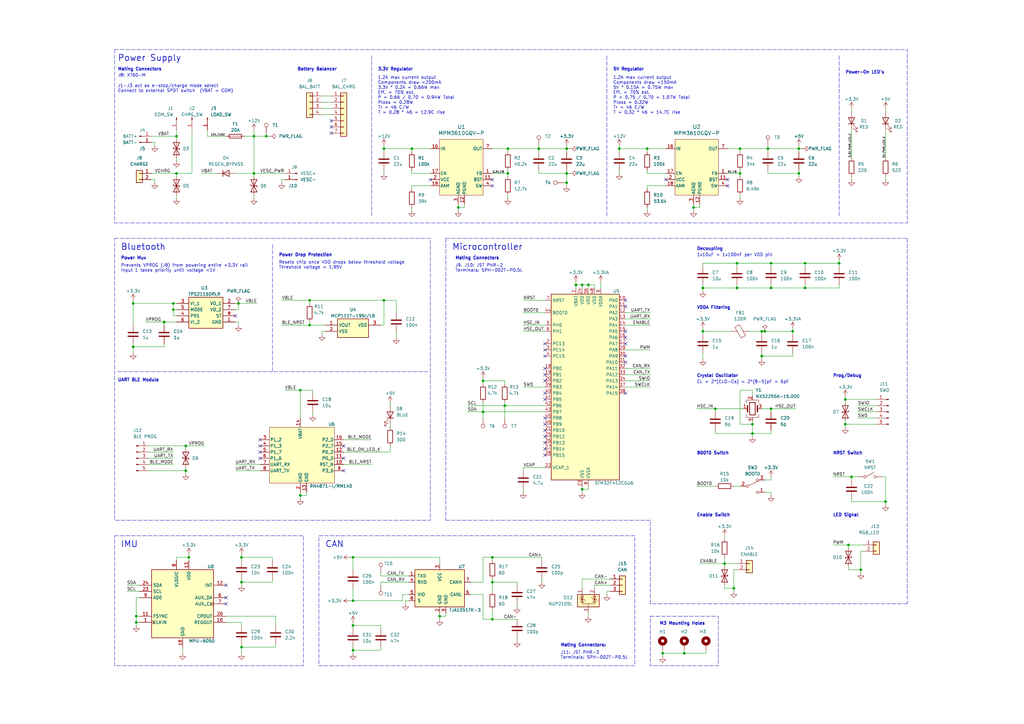
<source format=kicad_sch>
(kicad_sch (version 20230121) (generator eeschema)
  (paper "A3")
  (title_block (title "Reaction Wheel Controller") (date "2023-12-26") (rev "A") (company "Created By: Austyn Loehr"))
  (junction (at 55.88 252.73))
  (junction (at 187.96 85.09))
  (junction (at 238.76 200.66))
  (junction (at 327.66 71.12))
  (junction (at 127 123.19))
  (junction (at 288.29 135.89))
  (junction (at 232.41 71.12))
  (junction (at 127 133.35))
  (junction (at 288.29 118.11))
  (junction (at 198.12 156.21))
  (junction (at 232.41 60.96))
  (junction (at 347.98 223.52))
  (junction (at 77.47 228.6))
  (junction (at 293.37 167.64))
  (junction (at 330.2 107.95))
  (junction (at 201.93 238.76))
  (junction (at 157.48 60.96))
  (junction (at 76.2 182.88))
  (junction (at 346.71 173.99))
  (junction (at 144.78 228.6))
  (junction (at 232.41 74.93))
  (junction (at 72.39 55.88))
  (junction (at 123.19 160.02))
  (junction (at 123.19 203.2))
  (junction (at 346.71 163.83))
  (junction (at 300.99 241.3))
  (junction (at 316.23 118.11))
  (junction (at 349.25 195.58))
  (junction (at 99.06 265.43))
  (junction (at 313.69 135.89))
  (junction (at 54.61 124.46))
  (junction (at 302.26 107.95))
  (junction (at 284.48 85.09))
  (junction (at 330.2 118.11))
  (junction (at 236.22 116.84))
  (junction (at 99.06 228.6))
  (junction (at 220.98 60.96))
  (junction (at 327.66 60.96))
  (junction (at 316.23 167.64))
  (junction (at 72.39 71.12))
  (junction (at 144.78 256.54))
  (junction (at 157.48 123.19))
  (junction (at 168.91 60.96))
  (junction (at 55.88 255.27))
  (junction (at 303.53 60.96))
  (junction (at 363.22 205.74))
  (junction (at 265.43 60.96))
  (junction (at 271.78 267.97))
  (junction (at 180.34 252.73))
  (junction (at 71.12 124.46))
  (junction (at 76.2 193.04))
  (junction (at 241.3 116.84))
  (junction (at 104.14 55.88))
  (junction (at 308.61 173.99))
  (junction (at 208.28 60.96))
  (junction (at 201.93 228.6))
  (junction (at 308.61 177.8))
  (junction (at 353.06 233.68))
  (junction (at 297.18 231.14))
  (junction (at 280.67 267.97))
  (junction (at 254 60.96))
  (junction (at 144.78 266.7))
  (junction (at 97.79 124.46))
  (junction (at 312.42 146.05))
  (junction (at 344.17 107.95))
  (junction (at 316.23 107.95))
  (junction (at 303.53 71.12))
  (junction (at 71.12 127))
  (junction (at 207.01 166.37))
  (junction (at 201.93 254))
  (junction (at 325.12 135.89))
  (junction (at 144.78 246.38))
  (junction (at 198.12 168.91))
  (junction (at 238.76 116.84))
  (junction (at 99.06 238.76))
  (junction (at 314.96 60.96))
  (junction (at 302.26 118.11))
  (junction (at 312.42 135.89))
  (junction (at 67.31 132.08))
  (junction (at 104.14 71.12))
  (junction (at 54.61 142.24))
  (junction (at 208.28 71.12))
  (junction (at 109.22 55.88))
  (no_connect (at 140.97 187.96))
  (no_connect (at 223.52 146.05))
  (no_connect (at 223.52 179.07))
  (no_connect (at 256.54 148.59))
  (no_connect (at 223.52 171.45))
  (no_connect (at 223.52 151.13))
  (no_connect (at 298.45 76.2))
  (no_connect (at 96.52 129.54))
  (no_connect (at 223.52 176.53))
  (no_connect (at 201.93 73.66))
  (no_connect (at 223.52 140.97))
  (no_connect (at 256.54 135.89))
  (no_connect (at 201.93 76.2))
  (no_connect (at 106.68 187.96))
  (no_connect (at 176.53 73.66))
  (no_connect (at 135.89 54.61))
  (no_connect (at 223.52 156.21))
  (no_connect (at 106.68 182.88))
  (no_connect (at 223.52 173.99))
  (no_connect (at 298.45 73.66))
  (no_connect (at 92.71 245.11))
  (no_connect (at 92.71 240.03))
  (no_connect (at 106.68 185.42))
  (no_connect (at 256.54 140.97))
  (no_connect (at 256.54 146.05))
  (no_connect (at 256.54 123.19))
  (no_connect (at 223.52 184.15))
  (no_connect (at 223.52 186.69))
  (no_connect (at 92.71 247.65))
  (no_connect (at 135.89 49.53))
  (no_connect (at 256.54 161.29))
  (no_connect (at 223.52 161.29))
  (no_connect (at 223.52 143.51))
  (no_connect (at 273.05 73.66))
  (no_connect (at 256.54 125.73))
  (no_connect (at 140.97 193.04))
  (no_connect (at 223.52 153.67))
  (no_connect (at 256.54 138.43))
  (no_connect (at 223.52 181.61))
  (no_connect (at 135.89 52.07))
  (no_connect (at 140.97 182.88))
  (no_connect (at 223.52 163.83))
  (no_connect (at 106.68 180.34))
  (wire (pts (xy 220.98 69.85) (xy 220.98 71.12)))
  (wire (pts (xy 77.47 228.6) (xy 77.47 229.87)))
  (wire (pts (xy 325.12 146.05) (xy 312.42 146.05)))
  (wire (pts (xy 212.09 247.65) (xy 212.09 248.92)))
  (wire (pts (xy 166.37 246.38) (xy 166.37 247.65)))
  (wire (pts (xy 297.18 231.14) (xy 302.26 231.14)))
  (wire (pts (xy 55.88 252.73) (xy 55.88 255.27)))
  (wire (pts (xy 265.43 60.96) (xy 273.05 60.96)))
  (wire (pts (xy 127 132.08) (xy 127 133.35)))
  (wire (pts (xy 156.21 236.22) (xy 167.64 236.22)))
  (wire (pts (xy 349.25 195.58) (xy 341.63 195.58)))
  (wire (pts (xy 54.61 124.46) (xy 71.12 124.46)))
  (wire (pts (xy 265.43 60.96) (xy 265.43 62.23)))
  (wire (pts (xy 232.41 71.12) (xy 233.68 71.12)))
  (wire (pts (xy 113.03 252.73) (xy 113.03 256.54)))
  (wire (pts (xy 325.12 135.89) (xy 313.69 135.89)))
  (wire (pts (xy 156.21 133.35) (xy 157.48 133.35)))
  (wire (pts (xy 330.2 118.11) (xy 344.17 118.11)))
  (wire (pts (xy 327.66 59.69) (xy 327.66 60.96)))
  (wire (pts (xy 299.72 135.89) (xy 288.29 135.89)))
  (wire (pts (xy 308.61 173.99) (xy 308.61 172.72)))
  (wire (pts (xy 132.08 39.37) (xy 135.89 39.37)))
  (wire (pts (xy 265.43 71.12) (xy 273.05 71.12)))
  (wire (pts (xy 293.37 167.64) (xy 304.8 167.64)))
  (wire (pts (xy 54.61 123.19) (xy 54.61 124.46)))
  (wire (pts (xy 198.12 154.94) (xy 198.12 156.21)))
  (polyline (pts (xy 152.4 22.86) (xy 152.4 88.9)) (stroke (width 0) (type dash)))
  (wire (pts (xy 312.42 144.78) (xy 312.42 146.05)))
  (wire (pts (xy 76.2 184.15) (xy 76.2 182.88)))
  (wire (pts (xy 266.7 156.21) (xy 256.54 156.21)))
  (wire (pts (xy 353.06 233.68) (xy 353.06 234.95)))
  (wire (pts (xy 316.23 167.64) (xy 316.23 168.91)))
  (wire (pts (xy 363.22 205.74) (xy 363.22 195.58)))
  (wire (pts (xy 214.63 123.19) (xy 223.52 123.19)))
  (wire (pts (xy 248.92 242.57) (xy 250.19 242.57)))
  (wire (pts (xy 241.3 199.39) (xy 241.3 200.66)))
  (wire (pts (xy 125.73 201.93) (xy 125.73 203.2)))
  (wire (pts (xy 214.63 200.66) (xy 214.63 201.93)))
  (wire (pts (xy 208.28 69.85) (xy 208.28 71.12)))
  (wire (pts (xy 313.69 135.89) (xy 312.42 135.89)))
  (wire (pts (xy 293.37 167.64) (xy 285.75 167.64)))
  (wire (pts (xy 67.31 132.08) (xy 67.31 133.35)))
  (wire (pts (xy 288.29 118.11) (xy 302.26 118.11)))
  (polyline (pts (xy 266.7 247.65) (xy 266.7 213.36)) (stroke (width 0) (type dash)))
  (wire (pts (xy 115.57 123.19) (xy 127 123.19)))
  (wire (pts (xy 308.61 177.8) (xy 316.23 177.8)))
  (wire (pts (xy 198.12 157.48) (xy 198.12 156.21)))
  (wire (pts (xy 346.71 173.99) (xy 359.41 173.99)))
  (wire (pts (xy 312.42 146.05) (xy 312.42 147.32)))
  (wire (pts (xy 288.29 109.22) (xy 288.29 107.95)))
  (wire (pts (xy 287.02 83.82) (xy 287.02 85.09)))
  (wire (pts (xy 144.78 266.7) (xy 144.78 265.43)))
  (wire (pts (xy 330.2 107.95) (xy 344.17 107.95)))
  (wire (pts (xy 72.39 64.77) (xy 72.39 66.04)))
  (wire (pts (xy 266.7 158.75) (xy 256.54 158.75)))
  (wire (pts (xy 293.37 167.64) (xy 293.37 168.91)))
  (wire (pts (xy 214.63 135.89) (xy 223.52 135.89)))
  (wire (pts (xy 54.61 142.24) (xy 67.31 142.24)))
  (wire (pts (xy 60.96 187.96) (xy 71.12 187.96)))
  (wire (pts (xy 212.09 240.03) (xy 212.09 238.76)))
  (polyline (pts (xy 182.88 97.79) (xy 182.88 213.36)) (stroke (width 0) (type dash)))
  (wire (pts (xy 144.78 233.68) (xy 144.78 228.6)))
  (wire (pts (xy 92.71 255.27) (xy 99.06 255.27)))
  (wire (pts (xy 303.53 60.96) (xy 314.96 60.96)))
  (wire (pts (xy 214.63 128.27) (xy 223.52 128.27)))
  (wire (pts (xy 325.12 134.62) (xy 325.12 135.89)))
  (wire (pts (xy 55.88 255.27) (xy 55.88 256.54)))
  (wire (pts (xy 156.21 234.95) (xy 156.21 236.22)))
  (wire (pts (xy 349.25 72.39) (xy 349.25 73.66)))
  (wire (pts (xy 297.18 241.3) (xy 300.99 241.3)))
  (wire (pts (xy 303.53 69.85) (xy 303.53 71.12)))
  (wire (pts (xy 201.93 228.6) (xy 222.25 228.6)))
  (wire (pts (xy 140.97 185.42) (xy 160.02 185.42)))
  (wire (pts (xy 302.26 116.84) (xy 302.26 118.11)))
  (wire (pts (xy 71.12 124.46) (xy 72.39 124.46)))
  (wire (pts (xy 238.76 118.11) (xy 238.76 116.84)))
  (wire (pts (xy 85.09 55.88) (xy 92.71 55.88)))
  (wire (pts (xy 232.41 71.12) (xy 220.98 71.12)))
  (wire (pts (xy 288.29 107.95) (xy 302.26 107.95)))
  (wire (pts (xy 297.18 240.03) (xy 297.18 241.3)))
  (wire (pts (xy 312.42 167.64) (xy 316.23 167.64)))
  (wire (pts (xy 201.93 237.49) (xy 201.93 238.76)))
  (wire (pts (xy 308.61 177.8) (xy 308.61 179.07)))
  (polyline (pts (xy 182.88 97.79) (xy 372.11 97.79)) (stroke (width 0) (type dash)))
  (wire (pts (xy 72.39 129.54) (xy 71.12 129.54)))
  (wire (pts (xy 349.25 195.58) (xy 349.25 196.85)))
  (wire (pts (xy 351.79 166.37) (xy 359.41 166.37)))
  (wire (pts (xy 144.78 255.27) (xy 144.78 256.54)))
  (wire (pts (xy 92.71 252.73) (xy 113.03 252.73)))
  (wire (pts (xy 214.63 193.04) (xy 214.63 191.77)))
  (wire (pts (xy 347.98 233.68) (xy 353.06 233.68)))
  (wire (pts (xy 96.52 71.12) (xy 104.14 71.12)))
  (wire (pts (xy 313.69 201.93) (xy 316.23 201.93)))
  (wire (pts (xy 99.06 238.76) (xy 99.06 240.03)))
  (wire (pts (xy 144.78 228.6) (xy 180.34 228.6)))
  (wire (pts (xy 303.53 173.99) (xy 308.61 173.99)))
  (wire (pts (xy 72.39 71.12) (xy 72.39 72.39)))
  (wire (pts (xy 287.02 85.09) (xy 284.48 85.09)))
  (wire (pts (xy 168.91 60.96) (xy 168.91 62.23)))
  (wire (pts (xy 191.77 168.91) (xy 198.12 168.91)))
  (wire (pts (xy 232.41 74.93) (xy 232.41 76.2)))
  (wire (pts (xy 55.88 252.73) (xy 57.15 252.73)))
  (wire (pts (xy 96.52 124.46) (xy 97.79 124.46)))
  (wire (pts (xy 284.48 83.82) (xy 284.48 85.09)))
  (wire (pts (xy 123.19 160.02) (xy 123.19 171.45)))
  (wire (pts (xy 347.98 223.52) (xy 354.33 223.52)))
  (wire (pts (xy 76.2 191.77) (xy 76.2 193.04)))
  (wire (pts (xy 67.31 140.97) (xy 67.31 142.24)))
  (wire (pts (xy 157.48 60.96) (xy 157.48 62.23)))
  (wire (pts (xy 96.52 127) (xy 97.79 127)))
  (wire (pts (xy 54.61 140.97) (xy 54.61 142.24)))
  (wire (pts (xy 52.07 240.03) (xy 57.15 240.03)))
  (wire (pts (xy 111.76 237.49) (xy 111.76 238.76)))
  (wire (pts (xy 144.78 257.81) (xy 144.78 256.54)))
  (wire (pts (xy 325.12 137.16) (xy 325.12 135.89)))
  (wire (pts (xy 144.78 256.54) (xy 156.21 256.54)))
  (wire (pts (xy 198.12 254) (xy 201.93 254)))
  (wire (pts (xy 246.38 115.57) (xy 246.38 118.11)))
  (wire (pts (xy 349.25 44.45) (xy 349.25 45.72)))
  (wire (pts (xy 327.66 71.12) (xy 314.96 71.12)))
  (wire (pts (xy 96.52 132.08) (xy 97.79 132.08)))
  (wire (pts (xy 127 124.46) (xy 127 123.19)))
  (wire (pts (xy 308.61 160.02) (xy 308.61 162.56)))
  (wire (pts (xy 288.29 116.84) (xy 288.29 118.11)))
  (wire (pts (xy 201.93 60.96) (xy 208.28 60.96)))
  (wire (pts (xy 288.29 135.89) (xy 288.29 137.16)))
  (wire (pts (xy 208.28 60.96) (xy 220.98 60.96)))
  (wire (pts (xy 349.25 205.74) (xy 363.22 205.74)))
  (wire (pts (xy 128.27 168.91) (xy 128.27 170.18)))
  (wire (pts (xy 349.25 204.47) (xy 349.25 205.74)))
  (wire (pts (xy 289.56 266.7) (xy 289.56 267.97)))
  (polyline (pts (xy 372.11 97.79) (xy 372.11 247.65)) (stroke (width 0) (type dash)))
  (wire (pts (xy 300.99 242.57) (xy 300.99 241.3)))
  (wire (pts (xy 207.01 166.37) (xy 223.52 166.37)))
  (wire (pts (xy 236.22 115.57) (xy 236.22 116.84)))
  (wire (pts (xy 176.53 76.2) (xy 168.91 76.2)))
  (wire (pts (xy 99.06 228.6) (xy 111.76 228.6)))
  (wire (pts (xy 300.99 199.39) (xy 303.53 199.39)))
  (wire (pts (xy 208.28 80.01) (xy 208.28 81.28)))
  (wire (pts (xy 198.12 228.6) (xy 201.93 228.6)))
  (wire (pts (xy 60.96 190.5) (xy 71.12 190.5)))
  (wire (pts (xy 115.57 133.35) (xy 127 133.35)))
  (wire (pts (xy 99.06 255.27) (xy 99.06 256.54)))
  (wire (pts (xy 166.37 246.38) (xy 167.64 246.38)))
  (wire (pts (xy 63.5 58.42) (xy 63.5 59.69)))
  (wire (pts (xy 113.03 265.43) (xy 99.06 265.43)))
  (wire (pts (xy 256.54 143.51) (xy 266.7 143.51)))
  (wire (pts (xy 220.98 59.69) (xy 220.98 60.96)))
  (wire (pts (xy 232.41 71.12) (xy 232.41 74.93)))
  (wire (pts (xy 140.97 180.34) (xy 152.4 180.34)))
  (wire (pts (xy 344.17 109.22) (xy 344.17 107.95)))
  (wire (pts (xy 72.39 71.12) (xy 78.74 71.12)))
  (wire (pts (xy 241.3 118.11) (xy 241.3 116.84)))
  (wire (pts (xy 316.23 167.64) (xy 326.39 167.64)))
  (wire (pts (xy 97.79 124.46) (xy 105.41 124.46)))
  (wire (pts (xy 316.23 196.85) (xy 316.23 195.58)))
  (wire (pts (xy 316.23 107.95) (xy 330.2 107.95)))
  (wire (pts (xy 303.53 60.96) (xy 303.53 62.23)))
  (wire (pts (xy 180.34 251.46) (xy 180.34 252.73)))
  (wire (pts (xy 123.19 201.93) (xy 123.19 203.2)))
  (wire (pts (xy 349.25 53.34) (xy 349.25 64.77)))
  (wire (pts (xy 97.79 132.08) (xy 97.79 133.35)))
  (wire (pts (xy 99.06 237.49) (xy 99.06 238.76)))
  (wire (pts (xy 82.55 71.12) (xy 88.9 71.12)))
  (wire (pts (xy 298.45 71.12) (xy 303.53 71.12)))
  (wire (pts (xy 265.43 69.85) (xy 265.43 71.12)))
  (wire (pts (xy 303.53 160.02) (xy 303.53 173.99)))
  (wire (pts (xy 67.31 132.08) (xy 72.39 132.08)))
  (wire (pts (xy 143.51 246.38) (xy 144.78 246.38)))
  (wire (pts (xy 109.22 54.61) (xy 109.22 55.88)))
  (wire (pts (xy 182.88 252.73) (xy 180.34 252.73)))
  (wire (pts (xy 341.63 223.52) (xy 347.98 223.52)))
  (wire (pts (xy 363.22 195.58) (xy 361.95 195.58)))
  (wire (pts (xy 327.66 69.85) (xy 327.66 71.12)))
  (polyline (pts (xy 111.76 100.33) (xy 111.76 152.4)) (stroke (width 0) (type dash)))
  (wire (pts (xy 308.61 173.99) (xy 308.61 177.8)))
  (wire (pts (xy 293.37 177.8) (xy 293.37 176.53)))
  (wire (pts (xy 287.02 231.14) (xy 297.18 231.14)))
  (wire (pts (xy 330.2 109.22) (xy 330.2 107.95)))
  (wire (pts (xy 52.07 242.57) (xy 57.15 242.57)))
  (wire (pts (xy 232.41 62.23) (xy 232.41 60.96)))
  (wire (pts (xy 327.66 60.96) (xy 328.93 60.96)))
  (wire (pts (xy 313.69 196.85) (xy 316.23 196.85)))
  (wire (pts (xy 113.03 264.16) (xy 113.03 265.43)))
  (wire (pts (xy 160.02 165.1) (xy 160.02 166.37)))
  (wire (pts (xy 302.26 109.22) (xy 302.26 107.95)))
  (wire (pts (xy 297.18 219.71) (xy 297.18 220.98)))
  (wire (pts (xy 156.21 266.7) (xy 156.21 265.43)))
  (wire (pts (xy 162.56 123.19) (xy 157.48 123.19)))
  (wire (pts (xy 144.78 266.7) (xy 156.21 266.7)))
  (wire (pts (xy 187.96 83.82) (xy 187.96 85.09)))
  (wire (pts (xy 347.98 224.79) (xy 347.98 223.52)))
  (wire (pts (xy 191.77 166.37) (xy 207.01 166.37)))
  (wire (pts (xy 96.52 193.04) (xy 106.68 193.04)))
  (wire (pts (xy 351.79 171.45) (xy 359.41 171.45)))
  (wire (pts (xy 271.78 266.7) (xy 271.78 267.97)))
  (wire (pts (xy 157.48 123.19) (xy 157.48 133.35)))
  (wire (pts (xy 256.54 133.35) (xy 266.7 133.35)))
  (wire (pts (xy 346.71 162.56) (xy 346.71 163.83)))
  (wire (pts (xy 346.71 163.83) (xy 359.41 163.83)))
  (wire (pts (xy 254 60.96) (xy 265.43 60.96)))
  (wire (pts (xy 54.61 142.24) (xy 54.61 144.78)))
  (wire (pts (xy 314.96 60.96) (xy 314.96 62.23)))
  (wire (pts (xy 168.91 71.12) (xy 176.53 71.12)))
  (wire (pts (xy 316.23 109.22) (xy 316.23 107.95)))
  (wire (pts (xy 312.42 137.16) (xy 312.42 135.89)))
  (wire (pts (xy 271.78 267.97) (xy 271.78 269.24)))
  (wire (pts (xy 327.66 71.12) (xy 327.66 72.39)))
  (wire (pts (xy 288.29 134.62) (xy 288.29 135.89)))
  (wire (pts (xy 238.76 116.84) (xy 236.22 116.84)))
  (wire (pts (xy 254 60.96) (xy 254 62.23)))
  (wire (pts (xy 207.01 156.21) (xy 207.01 157.48)))
  (wire (pts (xy 265.43 85.09) (xy 265.43 86.36)))
  (wire (pts (xy 190.5 85.09) (xy 187.96 85.09)))
  (wire (pts (xy 72.39 55.88) (xy 72.39 57.15)))
  (wire (pts (xy 78.74 53.34) (xy 78.74 71.12)))
  (wire (pts (xy 160.02 182.88) (xy 160.02 185.42)))
  (wire (pts (xy 182.88 252.73) (xy 182.88 251.46)))
  (wire (pts (xy 312.42 135.89) (xy 307.34 135.89)))
  (wire (pts (xy 99.06 265.43) (xy 99.06 267.97)))
  (wire (pts (xy 243.84 241.3) (xy 243.84 240.03)))
  (wire (pts (xy 363.22 44.45) (xy 363.22 45.72)))
  (wire (pts (xy 241.3 116.84) (xy 238.76 116.84)))
  (wire (pts (xy 144.78 266.7) (xy 144.78 267.97)))
  (wire (pts (xy 111.76 228.6) (xy 111.76 229.87)))
  (wire (pts (xy 273.05 76.2) (xy 265.43 76.2)))
  (wire (pts (xy 256.54 153.67) (xy 266.7 153.67)))
  (wire (pts (xy 201.93 71.12) (xy 208.28 71.12)))
  (wire (pts (xy 302.26 118.11) (xy 316.23 118.11)))
  (wire (pts (xy 325.12 144.78) (xy 325.12 146.05)))
  (wire (pts (xy 201.93 254) (xy 212.09 254)))
  (wire (pts (xy 201.93 228.6) (xy 201.93 229.87)))
  (wire (pts (xy 265.43 76.2) (xy 265.43 77.47)))
  (wire (pts (xy 168.91 85.09) (xy 168.91 86.36)))
  (wire (pts (xy 62.23 58.42) (xy 63.5 58.42)))
  (wire (pts (xy 168.91 76.2) (xy 168.91 77.47)))
  (polyline (pts (xy 372.11 247.65) (xy 266.7 247.65)) (stroke (width 0) (type dash)))
  (wire (pts (xy 293.37 177.8) (xy 308.61 177.8)))
  (wire (pts (xy 156.21 238.76) (xy 167.64 238.76)))
  (polyline (pts (xy 248.92 22.86) (xy 248.92 88.9)) (stroke (width 0) (type dash)))
  (wire (pts (xy 109.22 55.88) (xy 104.14 55.88)))
  (wire (pts (xy 71.12 129.54) (xy 71.12 127)))
  (wire (pts (xy 62.23 55.88) (xy 72.39 55.88)))
  (wire (pts (xy 127 133.35) (xy 133.35 133.35)))
  (wire (pts (xy 72.39 228.6) (xy 72.39 229.87)))
  (wire (pts (xy 62.23 71.12) (xy 72.39 71.12)))
  (wire (pts (xy 346.71 163.83) (xy 346.71 165.1)))
  (wire (pts (xy 284.48 85.09) (xy 284.48 86.36)))
  (wire (pts (xy 238.76 200.66) (xy 241.3 200.66)))
  (wire (pts (xy 132.08 46.99) (xy 135.89 46.99)))
  (wire (pts (xy 201.93 250.19) (xy 201.93 254)))
  (wire (pts (xy 140.97 190.5) (xy 152.4 190.5)))
  (wire (pts (xy 207.01 166.37) (xy 207.01 165.1)))
  (wire (pts (xy 208.28 60.96) (xy 208.28 62.23)))
  (wire (pts (xy 232.41 69.85) (xy 232.41 71.12)))
  (wire (pts (xy 300.99 241.3) (xy 300.99 233.68)))
  (wire (pts (xy 97.79 124.46) (xy 97.79 127)))
  (wire (pts (xy 314.96 60.96) (xy 327.66 60.96)))
  (wire (pts (xy 127 123.19) (xy 157.48 123.19)))
  (wire (pts (xy 248.92 243.84) (xy 248.92 242.57)))
  (wire (pts (xy 201.93 238.76) (xy 212.09 238.76)))
  (wire (pts (xy 243.84 240.03) (xy 250.19 240.03)))
  (wire (pts (xy 327.66 62.23) (xy 327.66 60.96)))
  (wire (pts (xy 256.54 130.81) (xy 266.7 130.81)))
  (wire (pts (xy 280.67 267.97) (xy 289.56 267.97)))
  (wire (pts (xy 144.78 241.3) (xy 144.78 246.38)))
  (wire (pts (xy 128.27 160.02) (xy 123.19 160.02)))
  (wire (pts (xy 243.84 118.11) (xy 243.84 116.84)))
  (wire (pts (xy 300.99 233.68) (xy 302.26 233.68)))
  (wire (pts (xy 288.29 118.11) (xy 288.29 119.38)))
  (wire (pts (xy 353.06 226.06) (xy 354.33 226.06)))
  (wire (pts (xy 99.06 227.33) (xy 99.06 228.6)))
  (wire (pts (xy 115.57 73.66) (xy 115.57 74.93)))
  (wire (pts (xy 115.57 73.66) (xy 116.84 73.66)))
  (wire (pts (xy 190.5 83.82) (xy 190.5 85.09)))
  (wire (pts (xy 214.63 133.35) (xy 223.52 133.35)))
  (wire (pts (xy 288.29 144.78) (xy 288.29 147.32)))
  (wire (pts (xy 162.56 135.89) (xy 162.56 138.43)))
  (polyline (pts (xy 344.17 22.86) (xy 344.17 88.9)) (stroke (width 0) (type dash)))
  (wire (pts (xy 271.78 267.97) (xy 280.67 267.97)))
  (wire (pts (xy 308.61 160.02) (xy 303.53 160.02)))
  (wire (pts (xy 231.14 74.93) (xy 232.41 74.93)))
  (wire (pts (xy 256.54 128.27) (xy 266.7 128.27)))
  (wire (pts (xy 256.54 151.13) (xy 266.7 151.13)))
  (wire (pts (xy 104.14 53.34) (xy 104.14 55.88)))
  (wire (pts (xy 55.88 245.11) (xy 55.88 252.73)))
  (wire (pts (xy 132.08 135.89) (xy 132.08 137.16)))
  (wire (pts (xy 123.19 203.2) (xy 123.19 204.47)))
  (wire (pts (xy 144.78 246.38) (xy 165.1 246.38)))
  (wire (pts (xy 57.15 245.11) (xy 55.88 245.11)))
  (wire (pts (xy 198.12 168.91) (xy 198.12 171.45)))
  (wire (pts (xy 99.06 238.76) (xy 111.76 238.76)))
  (wire (pts (xy 60.96 182.88) (xy 76.2 182.88)))
  (wire (pts (xy 198.12 238.76) (xy 193.04 238.76)))
  (wire (pts (xy 238.76 200.66) (xy 238.76 199.39)))
  (wire (pts (xy 99.06 228.6) (xy 99.06 229.87)))
  (wire (pts (xy 314.96 69.85) (xy 314.96 71.12)))
  (wire (pts (xy 241.3 251.46) (xy 241.3 252.73)))
  (wire (pts (xy 85.09 55.88) (xy 85.09 53.34)))
  (wire (pts (xy 104.14 80.01) (xy 104.14 81.28)))
  (wire (pts (xy 132.08 44.45) (xy 135.89 44.45)))
  (wire (pts (xy 353.06 226.06) (xy 353.06 233.68)))
  (wire (pts (xy 207.01 166.37) (xy 207.01 171.45)))
  (wire (pts (xy 303.53 80.01) (xy 303.53 81.28)))
  (wire (pts (xy 198.12 243.84) (xy 193.04 243.84)))
  (wire (pts (xy 165.1 246.38) (xy 165.1 243.84)))
  (wire (pts (xy 363.22 53.34) (xy 363.22 64.77)))
  (wire (pts (xy 77.47 228.6) (xy 72.39 228.6)))
  (wire (pts (xy 254 69.85) (xy 254 71.12)))
  (wire (pts (xy 198.12 228.6) (xy 198.12 238.76)))
  (wire (pts (xy 96.52 190.5) (xy 106.68 190.5)))
  (wire (pts (xy 104.14 71.12) (xy 104.14 72.39)))
  (wire (pts (xy 76.2 182.88) (xy 83.82 182.88)))
  (wire (pts (xy 104.14 71.12) (xy 116.84 71.12)))
  (wire (pts (xy 314.96 59.69) (xy 314.96 60.96)))
  (wire (pts (xy 100.33 55.88) (xy 104.14 55.88)))
  (wire (pts (xy 212.09 261.62) (xy 212.09 262.89)))
  (polyline (pts (xy 48.26 152.4) (xy 175.26 152.4)) (stroke (width 0) (type dash)))
  (wire (pts (xy 187.96 85.09) (xy 187.96 86.36)))
  (wire (pts (xy 330.2 116.84) (xy 330.2 118.11)))
  (wire (pts (xy 109.22 55.88) (xy 110.49 55.88)))
  (wire (pts (xy 156.21 257.81) (xy 156.21 256.54)))
  (wire (pts (xy 201.93 238.76) (xy 201.93 242.57)))
  (wire (pts (xy 60.96 185.42) (xy 71.12 185.42)))
  (wire (pts (xy 232.41 60.96) (xy 233.68 60.96)))
  (wire (pts (xy 198.12 156.21) (xy 207.01 156.21)))
  (wire (pts (xy 74.93 265.43) (xy 74.93 267.97)))
  (wire (pts (xy 99.06 264.16) (xy 99.06 265.43)))
  (wire (pts (xy 157.48 69.85) (xy 157.48 71.12)))
  (wire (pts (xy 160.02 173.99) (xy 160.02 175.26)))
  (wire (pts (xy 344.17 118.11) (xy 344.17 116.84)))
  (wire (pts (xy 59.69 132.08) (xy 67.31 132.08)))
  (wire (pts (xy 316.23 176.53) (xy 316.23 177.8)))
  (wire (pts (xy 55.88 255.27) (xy 57.15 255.27)))
  (wire (pts (xy 168.91 60.96) (xy 176.53 60.96)))
  (wire (pts (xy 285.75 199.39) (xy 293.37 199.39)))
  (wire (pts (xy 316.23 118.11) (xy 330.2 118.11)))
  (wire (pts (xy 238.76 200.66) (xy 238.76 201.93)))
  (wire (pts (xy 72.39 55.88) (xy 72.39 53.34)))
  (wire (pts (xy 125.73 203.2) (xy 123.19 203.2)))
  (wire (pts (xy 302.26 107.95) (xy 316.23 107.95)))
  (wire (pts (xy 344.17 106.68) (xy 344.17 107.95)))
  (wire (pts (xy 162.56 123.19) (xy 162.56 128.27)))
  (wire (pts (xy 157.48 60.96) (xy 168.91 60.96)))
  (wire (pts (xy 132.08 135.89) (xy 133.35 135.89)))
  (wire (pts (xy 71.12 127) (xy 71.12 124.46)))
  (wire (pts (xy 63.5 73.66) (xy 63.5 74.93)))
  (wire (pts (xy 222.25 228.6) (xy 222.25 229.87)))
  (wire (pts (xy 280.67 266.7) (xy 280.67 267.97)))
  (wire (pts (xy 303.53 71.12) (xy 303.53 72.39)))
  (wire (pts (xy 143.51 228.6) (xy 144.78 228.6)))
  (wire (pts (xy 316.23 116.84) (xy 316.23 118.11)))
  (wire (pts (xy 297.18 232.41) (xy 297.18 231.14)))
  (wire (pts (xy 243.84 116.84) (xy 241.3 116.84)))
  (wire (pts (xy 104.14 55.88) (xy 104.14 71.12)))
  (wire (pts (xy 347.98 232.41) (xy 347.98 233.68)))
  (wire (pts (xy 346.71 173.99) (xy 346.71 175.26)))
  (wire (pts (xy 363.22 207.01) (xy 363.22 205.74)))
  (wire (pts (xy 72.39 127) (xy 71.12 127)))
  (wire (pts (xy 168.91 69.85) (xy 168.91 71.12)))
  (wire (pts (xy 208.28 71.12) (xy 208.28 72.39)))
  (wire (pts (xy 238.76 237.49) (xy 250.19 237.49)))
  (wire (pts (xy 351.79 168.91) (xy 359.41 168.91)))
  (wire (pts (xy 180.34 228.6) (xy 180.34 231.14)))
  (wire (pts (xy 62.23 73.66) (xy 63.5 73.66)))
  (wire (pts (xy 236.22 116.84) (xy 236.22 118.11)))
  (wire (pts (xy 157.48 59.69) (xy 157.48 60.96)))
  (wire (pts (xy 220.98 60.96) (xy 232.41 60.96)))
  (wire (pts (xy 54.61 133.35) (xy 54.61 124.46)))
  (wire (pts (xy 232.41 59.69) (xy 232.41 60.96)))
  (wire (pts (xy 238.76 241.3) (xy 238.76 237.49)))
  (wire (pts (xy 156.21 240.03) (xy 156.21 238.76)))
  (wire (pts (xy 77.47 227.33) (xy 77.47 228.6)))
  (wire (pts (xy 72.39 80.01) (xy 72.39 81.28)))
  (wire (pts (xy 214.63 158.75) (xy 223.52 158.75)))
  (wire (pts (xy 254 59.69) (xy 254 60.96)))
  (wire (pts (xy 298.45 60.96) (xy 303.53 60.96)))
  (wire (pts (xy 198.12 168.91) (xy 223.52 168.91)))
  (wire (pts (xy 60.96 193.04) (xy 76.2 193.04)))
  (wire (pts (xy 198.12 243.84) (xy 198.12 254)))
  (wire (pts (xy 198.12 165.1) (xy 198.12 168.91)))
  (wire (pts (xy 128.27 160.02) (xy 128.27 161.29)))
  (wire (pts (xy 214.63 191.77) (xy 223.52 191.77)))
  (wire (pts (xy 222.25 237.49) (xy 222.25 238.76)))
  (wire (pts (xy 220.98 60.96) (xy 220.98 62.23)))
  (wire (pts (xy 76.2 193.04) (xy 76.2 194.31)))
  (wire (pts (xy 316.23 201.93) (xy 316.23 203.2)))
  (wire (pts (xy 363.22 72.39) (xy 363.22 73.66)))
  (wire (pts (xy 351.79 195.58) (xy 349.25 195.58)))
  (wire (pts (xy 132.08 41.91) (xy 135.89 41.91)))
  (polyline (pts (xy 266.7 213.36) (xy 182.88 213.36)) (stroke (width 0) (type dash)))
  (wire (pts (xy 165.1 243.84) (xy 167.64 243.84)))
  (wire (pts (xy 297.18 228.6) (xy 297.18 231.14)))
  (wire (pts (xy 116.84 160.02) (xy 123.19 160.02)))
  (wire (pts (xy 180.34 252.73) (xy 180.34 254)))
  (wire (pts (xy 346.71 172.72) (xy 346.71 173.99)))
  (rectangle (start 130.81 219.71) (end 260.35 273.05) (stroke (width 0) (type dash)))
  (rectangle (start 46.99 97.79) (end 176.53 213.36) (stroke (width 0) (type dash)))
  (rectangle (start 46.99 20.32) (end 372.11 91.44) (stroke (width 0) (type dash)))
  (rectangle (start 266.7 252.73) (end 294.64 273.05) (stroke (width 0) (type dash)))
  (rectangle (start 46.99 219.71) (end 124.46 273.05) (stroke (width 0) (type dash)))
  (text "Resets chip once VDD drops below threshold voltage \nThreshold voltage = 1.95V" (at 114.3 110.49 0) (effects (font (size 1.27 1.27)) (justify left bottom)))
  (text "Decoupling\n" (at 285.75 102.87 0) (effects (font (size 1.27 1.27) (thickness 0.254) bold) (justify left bottom)))
  (text "UART BLE Module\n\n" (at 48.26 158.75 0) (effects (font (size 1.27 1.27) (thickness 0.254) bold) (justify left bottom)))
  (text "NRST Switch" (at 341.63 186.69 0) (effects (font (size 1.27 1.27) (thickness 0.254) bold) (justify left bottom)))
  (text "Crystal Oscillator" (at 285.75 154.94 0) (effects (font (size 1.27 1.27) (thickness 0.254) bold) (justify left bottom)))
  (text "M3 Mounting Holes" (at 270.51 256.54 0) (effects (font (size 1.27 1.27) (thickness 0.254) bold) (justify left bottom)))
  (text "Power-On LED's" (at 346.71 30.48 0) (effects (font (size 1.27 1.27) (thickness 0.254) bold) (justify left bottom)))
  (text "CAN" (at 133.35 224.79 0) (effects (font (size 2.54 2.54) (thickness 0.254) bold) (justify left bottom)))
  (text "Power Drop Protection\n" (at 114.3 105.41 0) (effects (font (size 1.27 1.27) (thickness 0.254) bold) (justify left bottom)))
  (text "Enable Switch" (at 285.75 212.09 0) (effects (font (size 1.27 1.27) (thickness 0.254) bold) (justify left bottom)))
  (text "Mating Connectors" (at 48.26 29.21 0) (effects (font (size 1.27 1.27) (thickness 0.254) bold) (justify left bottom)))
  (text "J9, J10: JST PHR-2\nTerminals: SPH-002T-P0.5L" (at 186.69 111.76 0) (effects (font (size 1.27 1.27)) (justify left bottom)))
  (text "1x10uF + 1x100nF per VDD pin\n" (at 285.75 105.41 0) (effects (font (size 1.27 1.27)) (justify left bottom)))
  (text "Prevents VPROG (J8) from powering entire +3.3V rail\nInput 1 takes priority until voltage <1V\n" (at 49.53 111.76 0) (effects (font (size 1.27 1.27)) (justify left bottom)))
  (text "J11: JST PHR-3\nTerminals: SPH-002T-P0.5L" (at 229.87 270.51 0) (effects (font (size 1.27 1.27)) (justify left bottom)))
  (text "Mating Connectors:" (at 229.87 265.43 0) (effects (font (size 1.27 1.27) (thickness 0.254) bold) (justify left bottom)))
  (text "Prog/Debug" (at 341.63 154.94 0) (effects (font (size 1.27 1.27) (thickness 0.254) bold) (justify left bottom)))
  (text "1.2A max current output\nComponents draw <150mA\n5V * 0.15A = 0.75W max\nEff. = 70% est.\nP = 0.75 / 0.70 = 1.07W Total\nPloss = 0.32W \nTr = 46 C/W\nT = 0.32 * 46 = 14.7C rise" (at 251.46 46.99 0) (effects (font (size 1.27 1.27)) (justify left bottom)))
  (text "J1-J3 act as e-stop/charge mode select\nConnect to external SPDT switch  (VBAT = COM)" (at 48.26 38.1 0) (effects (font (size 1.27 1.27)) (justify left bottom)))
  (text "IMU" (at 49.53 224.79 0) (effects (font (size 2.54 2.54) (thickness 0.254) bold) (justify left bottom)))
  (text "B00T0 Switch" (at 285.75 186.69 0) (effects (font (size 1.27 1.27) (thickness 0.254) bold) (justify left bottom)))
  (text "Power Mux\n" (at 49.53 106.68 0) (effects (font (size 1.27 1.27) (thickness 0.254) bold) (justify left bottom)))
  (text "VDDA Filtering\n" (at 285.75 127 0) (effects (font (size 1.27 1.27) (thickness 0.254) bold) (justify left bottom)))
  (text "Power Supply\n" (at 48.26 25.4 0) (effects (font (size 2.54 2.54) (thickness 0.254) bold) (justify left bottom)))
  (text "Microcontroller\n" (at 185.42 102.87 0) (effects (font (size 2.54 2.54) (thickness 0.254) bold) (justify left bottom)))
  (text "J8: XT60-M" (at 48.26 31.75 0) (effects (font (size 1.27 1.27)) (justify left bottom)))
  (text "Bluetooth" (at 49.53 102.87 0) (effects (font (size 2.54 2.54) (thickness 0.254) bold) (justify left bottom)))
  (text "CL = 2*(CLO-Cs) = 2*(8-5)pF = 6pF" (at 285.75 157.48 0) (effects (font (size 1.27 1.27)) (justify left bottom)))
  (text "Mating Connectors" (at 186.69 106.68 0) (effects (font (size 1.27 1.27) (thickness 0.254) bold) (justify left bottom)))
  (text "5V Regulator" (at 251.46 29.21 0) (effects (font (size 1.27 1.27) (thickness 0.254) bold) (justify left bottom)))
  (text "3.3V Regulator" (at 154.94 29.21 0) (effects (font (size 1.27 1.27) (thickness 0.254) bold) (justify left bottom)))
  (text "Battery Balancer" (at 121.92 29.21 0) (effects (font (size 1.27 1.27) (thickness 0.254) bold) (justify left bottom)))
  (text "LED Signal" (at 341.63 212.09 0) (effects (font (size 1.27 1.27) (thickness 0.254) bold) (justify left bottom)))
  (text "1.2A max current output\nComponents draw <200mA\n3.3V * 0.2A = 0.66W max\nEff. = 70% est.\nP = 0.66 / 0.70 = 0.94W Total\nPloss = 0.28W \nTr = 46 C/W\nT = 0.28 * 46 = 12.9C rise" (at 154.94 46.99 0) (effects (font (size 1.27 1.27)) (justify left bottom)))
  (label "BLE_MODE" (at 152.4 180.34 180))
  (label "HSE_IN" (at 214.63 133.35 0))
  (label "UART_TX" (at 71.12 187.96 180))
  (label "CAN_TX" (at 158.75 236.22 0))
  (label "UART_RX" (at 96.52 190.5 0))
  (label "ENABLE" (at 266.7 133.35 180))
  (label "CAN+" (at 243.84 240.03 0))
  (label "CAN+" (at 222.25 228.6 180))
  (label "VESC_PWR" (at 106.68 71.12 0))
  (label "VCHRG" (at 69.85 71.12 180))
  (label "SCL" (at 191.77 166.37 0))
  (label "SW0" (at 351.79 171.45 0))
  (label "SWCLK" (at 351.79 168.91 0))
  (label "5V_PWR_LED_K" (at 363.22 64.77 90) (effects (font (size 0.8 0.8))))
  (label "NRST" (at 214.63 123.19 0))
  (label "VPROG" (at 59.69 132.08 0))
  (label "CAN-" (at 212.09 254 180))
  (label "12V_FUSE" (at 86.36 55.88 0) (effects (font (size 0.8 0.8))))
  (label "CAN_RX" (at 266.7 151.13 180))
  (label "3.3V_PWR_LED_K" (at 349.25 54.61 270) (effects (font (size 0.8 0.8))))
  (label "UART_RX" (at 71.12 185.42 180))
  (label "VBLE" (at 115.57 123.19 0))
  (label "SWIO" (at 351.79 166.37 0))
  (label "VPROG" (at 83.82 182.88 180))
  (label "HSE_OUT" (at 214.63 135.89 0))
  (label "VBAT" (at 64.77 55.88 0))
  (label "HSE_OUT" (at 326.39 167.64 180))
  (label "CAN_RX" (at 158.75 238.76 0))
  (label "UART_RX" (at 266.7 130.81 180))
  (label "NRST" (at 341.63 195.58 0))
  (label "BLE_NRST" (at 115.57 133.35 0))
  (label "PWM" (at 341.63 223.52 0))
  (label "VBLE" (at 105.41 124.46 180))
  (label "SCL" (at 52.07 242.57 0))
  (label "5V_FB" (at 298.45 71.12 0) (effects (font (size 0.8 0.8))))
  (label "BOOT0" (at 214.63 128.27 0))
  (label "CAN-" (at 243.84 237.49 0))
  (label "BOOT0" (at 285.75 199.39 0))
  (label "SDA" (at 191.77 168.91 0))
  (label "PWM" (at 266.7 143.51 180))
  (label "SW0" (at 214.63 158.75 0))
  (label "VCAP" (at 214.63 191.77 0))
  (label "SWCLK" (at 266.7 158.75 180))
  (label "HSE_IN" (at 285.75 167.64 0))
  (label "BLE_MODE" (at 71.12 190.5 180))
  (label "CAN_TX" (at 266.7 153.67 180))
  (label "SDA" (at 52.07 240.03 0))
  (label "ENABLE" (at 287.02 231.14 0))
  (label "UART_TX" (at 266.7 128.27 180))
  (label "BLE_ON_LED_K" (at 142.24 185.42 0))
  (label "VBLE" (at 116.84 160.02 0))
  (label "BLE_NRST" (at 152.4 190.5 180))
  (label "SWIO" (at 266.7 156.21 180))
  (label "3.3V_FB" (at 201.93 71.12 0) (effects (font (size 0.8 0.8))))
  (label "UART_TX" (at 96.52 193.04 0))
  (label "VBAT" (at 82.55 71.12 0))
  (symbol (lib_id "power:GND") (at 166.37 247.65 0) (unit 1)
    (property "Reference" "#PWR062" (effects hide))
    (property "Value" "GND" (effects hide))
  )
  (symbol (lib_id "Device:C") (at 254 66.04 0) (unit 1)
    (property "Reference" "C4" (at 257.81 64.77 0) (effects (justify left)))
    (property "Value" "22u" (at 257.81 67.31 0) (effects (justify left)))
    (property "Footprint" "Capacitor_SMD:C_1210_3225Metric" (effects hide))
    (property "PN" "GRM32ER71E226KE15L" (effects hide))
  )
  (symbol (lib_id "Switch:SW_SPDT_321") (at 308.61 199.39 0) (unit 1)
    (property "Reference" "SW2" (at 308.6735 191.77 0))
    (property "Value" "BOOT0" (at 308.6735 194.31 0))
    (property "Footprint" "AYZ0102AURLC:AYZ0102AURLC" (effects hide))
    (property "PN" "AYZ0102AURLC" (effects hide))
  )
  (symbol (lib_id "Device:C") (at 157.48 66.04 0) (unit 1)
    (property "Reference" "C1" (at 161.29 64.77 0) (effects (justify left)))
    (property "Value" "22u" (at 161.29 67.31 0) (effects (justify left)))
    (property "Footprint" "Capacitor_SMD:C_1210_3225Metric" (effects hide))
    (property "PN" "GRM32ER71E226KE15L" (effects hide))
  )
  (symbol (lib_id "Device:R") (at 349.25 68.58 0) (unit 1)
    (property "Reference" "R5" (at 351.79 67.31 0) (effects (justify left)))
    (property "Value" "220" (at 351.79 69.85 0) (effects (justify left)))
    (property "Footprint" "Resistor_SMD:R_0603_1608Metric" (effects hide))
    (property "PN" "ERJ-UP3J221V" (effects hide))
  )
  (symbol (lib_id "power:+5V") (at 363.22 44.45 0) (unit 1)
    (property "Reference" "#PWR02" (effects hide))
    (property "Value" "+5V" (at 363.22 40.64 0))
  )
  (symbol (lib_id "power:GND") (at 312.42 147.32 0) (mirror y) (unit 1)
    (property "Reference" "#PWR038" (effects hide))
    (property "Value" "GND" (effects hide))
  )
  (symbol (lib_id "power:GND") (at 157.48 71.12 0) (unit 1)
    (property "Reference" "#PWR010" (effects hide))
    (property "Value" "GND" (effects hide))
  )
  (symbol (lib_id "Connector:Conn_01x01_Pin") (at 121.92 73.66 180) (unit 1)
    (property "Reference" "J10" (at 121.92 76.2 0) (effects (justify left)))
    (property "Value" "VESC-" (at 123.19 73.66 0) (effects (justify right)))
    (property "Footprint" "MountingHole:MountingHole_2.7mm_Pad" (effects hide))
  )
  (symbol (lib_id "power:GND") (at 232.41 76.2 0) (unit 1)
    (property "Reference" "#PWR017" (effects hide))
    (property "Value" "GND" (effects hide))
  )
  (symbol (lib_id "power:+3.3V") (at 288.29 134.62 0) (mirror y) (unit 1)
    (property "Reference" "#PWR032" (effects hide))
    (property "Value" "+3.3V" (at 288.29 130.81 0))
  )
  (symbol (lib_id "Device:R") (at 363.22 68.58 0) (unit 1)
    (property "Reference" "R6" (at 365.76 67.31 0) (effects (justify left)))
    (property "Value" "523" (at 365.76 69.85 0) (effects (justify left)))
    (property "Footprint" "Resistor_SMD:R_0603_1608Metric" (effects hide))
    (property "PN" "ERJ-PA3F5230V" (effects hide))
  )
  (symbol (lib_id "power:GND") (at 254 71.12 0) (unit 1)
    (property "Reference" "#PWR011" (effects hide))
    (property "Value" "GND" (effects hide))
  )
  (symbol (lib_id "MCU_ST_STM32F4:STM32F412CGUx") (at 238.76 158.75 0) (unit 1)
    (property "Reference" "U5" (at 251.46 119.38 0) (effects (justify left)))
    (property "Value" "STM32F412CGU6" (at 243.84 198.12 0) (effects (justify left)))
    (property "Footprint" "Package_DFN_QFN:QFN-48-1EP_7x7mm_P0.5mm_EP5.6x5.6mm" (effects hide))
    (property "Datasheet" "https://www.st.com/resource/en/datasheet/stm32f412cg.pdf" (effects hide))
  )
  (symbol (lib_id "Device:D_TVS") (at 347.98 228.6 270) (mirror x) (unit 1)
    (property "Reference" "D10" (at 345.44 228.6 90) (effects (justify right)))
    (property "Value" "SC1533-01FTG" (effects hide))
    (property "Footprint" "Diode_SMD:D_SOD-323" (effects hide))
    (property "PN" "SC1533-01FTG" (effects hide))
  )
  (symbol (lib_id "Connector:TestPoint") (at 156.21 240.03 180) (unit 1)
    (property "Reference" "T11" (at 157.48 243.84 0) (effects (justify right)))
    (property "Value" "TestPoint" (effects hide))
    (property "Footprint" "RCU-0C:TP+195X110" (effects hide))
    (property "PN" "RCU-0C" (effects hide))
  )
  (symbol (lib_id "Device:R") (at 207.01 161.29 180) (unit 1)
    (property "Reference" "R13" (at 210.82 158.75 0))
    (property "Value" "4.7k" (at 210.82 161.29 0))
    (property "Footprint" "Resistor_SMD:R_0603_1608Metric" (effects hide))
    (property "PN" "MCT0603MD4701BP500 " (effects hide))
  )
  (symbol (lib_id "power:GND") (at 128.27 170.18 0) (unit 1)
    (property "Reference" "#PWR042" (effects hide))
    (property "Value" "GND" (effects hide))
  )
  (symbol (lib_id "power:GND") (at 284.48 86.36 0) (unit 1)
    (property "Reference" "#PWR025" (effects hide))
    (property "Value" "GND" (effects hide))
  )
  (symbol (lib_id "Device:C") (at 314.96 66.04 0) (unit 1)
    (property "Reference" "C5" (at 318.77 64.77 0) (effects (justify left)))
    (property "Value" "22u" (at 318.77 67.31 0) (effects (justify left)))
    (property "Footprint" "Capacitor_SMD:C_1210_3225Metric" (effects hide))
    (property "PN" "GRM32ER71E226KE15L" (effects hide))
  )
  (symbol (lib_id "3568:3568") (at 96.52 55.88 90) (unit 1)
    (property "Reference" "F1" (at 96.52 50.8 90))
    (property "Value" "20A" (at 96.52 53.34 90))
    (property "Footprint" "534-3568:3568" (effects hide))
    (property "Datasheet" "http://www.keystoneelectronics.net/ENG._DEPT/WEB_ORACLE/PDF/PDF%20CAT%20NO%20DRAWINGS/3000-3999/3568-10.PDF" (effects hide))
    (property "Height" "7.5" (effects hide))
    (property "Mouser Part Number" "534-3568" (effects hide))
    (property "Mouser Price/Stock" "https://www.mouser.co.uk/ProductDetail/Keystone-Electronics/3568?qs=fP5bVVCrK%2Fd7nbA%2FPpwnKw%3D%3D" (effects hide))
    (property "Manufacturer" "Keystone Electronics" (effects hide))
    (property "MPN" "3568" (effects hide))
    (property "Manufacturer_Name" "Keystone Electronics" (effects hide))
    (property "Manufacturer_Part_Number" "3568" (effects hide))
  )
  (symbol (lib_id "power:+5V") (at 143.51 228.6 90) (unit 1)
    (property "Reference" "#PWR055" (effects hide))
    (property "Value" "+5V" (at 138.43 228.6 90))
  )
  (symbol (lib_id "Connector:TestPoint") (at 198.12 171.45 180) (unit 1)
    (property "Reference" "T6" (at 200.66 174.752 0) (effects (justify right)))
    (property "Value" "TestPoint" (effects hide))
    (property "Footprint" "RCU-0C:TP+195X110" (effects hide))
    (property "PN" "RCU-0C" (effects hide))
  )
  (symbol (lib_id "power:GND") (at 54.61 144.78 0) (mirror y) (unit 1)
    (property "Reference" "#PWR036" (effects hide))
    (property "Value" "GND" (effects hide))
  )
  (symbol (lib_id "power:GND") (at 97.79 133.35 0) (unit 1)
    (property "Reference" "#PWR031" (effects hide))
    (property "Value" "GND" (effects hide))
  )
  (symbol (lib_id "power:+5V") (at 160.02 165.1 0) (unit 1)
    (property "Reference" "#PWR041" (effects hide))
    (property "Value" "+5V" (at 160.02 161.29 0))
  )
  (symbol (lib_id "power:PWR_FLAG") (at 110.49 55.88 270) (unit 1)
    (property "Reference" "#FLG01" (effects hide))
    (property "Value" "PWR_FLAG" (at 114.3 55.88 90) (effects (justify left)))
  )
  (symbol (lib_id "Connector:Conn_01x05_Pin") (at 364.49 168.91 0) (mirror y) (unit 1)
    (property "Reference" "J11" (at 360.68 157.48 0) (effects (justify right)))
    (property "Value" "SWD" (at 360.68 160.02 0) (effects (justify right)))
    (property "Footprint" "Connector_PinHeader_1.27mm:PinHeader_1x05_P1.27mm_Vertical" (effects hide))
  )
  (symbol (lib_id "power:GND") (at 303.53 81.28 0) (unit 1)
    (property "Reference" "#PWR021" (effects hide))
    (property "Value" "GND" (effects hide))
  )
  (symbol (lib_id "power:GND") (at 212.09 248.92 0) (unit 1)
    (property "Reference" "#PWR063" (effects hide))
    (property "Value" "GND" (effects hide))
  )
  (symbol (lib_id "power:GND") (at 99.06 240.03 0) (unit 1)
    (property "Reference" "#PWR058" (effects hide))
    (property "Value" "GND" (effects hide))
  )
  (symbol (lib_id "power:GND") (at 316.23 203.2 0) (mirror y) (unit 1)
    (property "Reference" "#PWR049" (effects hide))
    (property "Value" "GND" (effects hide))
  )
  (symbol (lib_id "Device:R") (at 303.53 76.2 0) (unit 1)
    (property "Reference" "R8" (at 306.07 74.93 0) (effects (justify left)))
    (property "Value" "6.49k" (at 306.07 77.47 0) (effects (justify left)))
    (property "Footprint" "Resistor_SMD:R_0603_1608Metric" (effects hide))
    (property "PN" "ERJ-PA3F6491V" (effects hide))
  )
  (symbol (lib_id "Device:C") (at 111.76 233.68 0) (unit 1)
    (property "Reference" "C24" (at 115.57 232.41 0) (effects (justify left)))
    (property "Value" "100n" (at 115.57 234.95 0) (effects (justify left)))
    (property "Footprint" "Capacitor_SMD:C_0603_1608Metric" (effects hide))
    (property "PN" "GRM188R72A104KA35J " (effects hide))
  )
  (symbol (lib_id "power:+5V") (at 327.66 59.69 0) (unit 1)
    (property "Reference" "#PWR08" (effects hide))
    (property "Value" "+5V" (at 327.66 55.88 0))
  )
  (symbol (lib_id "power:GND") (at 308.61 179.07 0) (unit 1)
    (property "Reference" "#PWR044" (effects hide))
    (property "Value" "GND" (effects hide))
  )
  (symbol (lib_id "power:PWR_FLAG") (at 328.93 60.96 270) (unit 1)
    (property "Reference" "#FLG03" (effects hide))
    (property "Value" "PWR_FLAG" (at 331.47 60.96 90) (effects (justify left)))
  )
  (symbol (lib_id "power:+3.3V") (at 344.17 106.68 0) (unit 1)
    (property "Reference" "#PWR026" (effects hide))
    (property "Value" "+3.3V" (at 344.17 102.87 0))
  )
  (symbol (lib_id "power:GND") (at 168.91 86.36 0) (unit 1)
    (property "Reference" "#PWR022" (effects hide))
    (property "Value" "GND" (effects hide))
  )
  (symbol (lib_id "Device:C") (at 54.61 137.16 0) (unit 1)
    (property "Reference" "C13" (at 58.42 135.89 0) (effects (justify left)))
    (property "Value" "1u" (at 58.42 138.43 0) (effects (justify left)))
    (property "Footprint" "Capacitor_SMD:C_0805_2012Metric" (effects hide))
    (property "PN" "GRM21BR71C105KA01K " (effects hide))
  )
  (symbol (lib_id "Device:R") (at 168.91 81.28 0) (unit 1)
    (property "Reference" "R9" (at 171.45 80.01 0) (effects (justify left)))
    (property "Value" "39k" (at 171.45 82.55 0) (effects (justify left)))
    (property "Footprint" "Resistor_SMD:R_0603_1608Metric" (effects hide))
    (property "PN" "ERJ-UP3J393V " (effects hide))
  )
  (symbol (lib_id "Device:D_TVS") (at 104.14 76.2 90) (unit 1)
    (property "Reference" "D6" (at 106.68 76.2 90) (effects (justify right)))
    (property "Value" "D_TVS" (effects hide))
    (property "Footprint" "Diode_SMD:D_SOD-323" (effects hide))
    (property "MPN" "PJGBLC12CR100001 " (effects hide))
    (property "Manufacturer" "Panjit" (effects hide))
  )
  (symbol (lib_id "Device:C") (at 67.31 137.16 0) (unit 1)
    (property "Reference" "C14" (at 71.12 135.89 0) (effects (justify left)))
    (property "Value" "1u" (at 71.12 138.43 0) (effects (justify left)))
    (property "Footprint" "Capacitor_SMD:C_0805_2012Metric" (effects hide))
    (property "PN" "GRM21BR71C105KA01K " (effects hide))
  )
  (symbol (lib_id "Device:C") (at 113.03 260.35 0) (unit 1)
    (property "Reference" "C30" (at 116.84 259.08 0) (effects (justify left)))
    (property "Value" "2.2n" (at 116.84 261.62 0) (effects (justify left)))
    (property "Footprint" "Capacitor_SMD:C_0603_1608Metric" (effects hide))
    (property "PN" "GRT1885C1H222JA02D " (effects hide))
  )
  (symbol (lib_id "Device:LED") (at 363.22 49.53 90) (unit 1)
    (property "Reference" "D2" (at 368.3 49.53 90))
    (property "Value" "RED" (at 368.3 52.07 90))
    (property "Footprint" "LED_SMD:LED_0805_2012Metric" (effects hide))
    (property "PN" "150080SS75000 " (effects hide))
  )
  (symbol (lib_id "Mechanical:MountingHole_Pad") (at 289.56 264.16 0) (unit 1)
    (property "Reference" "H3" (at 288.29 259.08 0))
    (property "Value" "MountingHole_Pad" (effects hide))
    (property "Footprint" "MountingHole:MountingHole_3.2mm_M3_DIN965_Pad" (effects hide))
  )
  (symbol (lib_id "power:GND") (at 63.5 59.69 0) (unit 1)
    (property "Reference" "#PWR04" (effects hide))
    (property "Value" "GND" (effects hide))
  )
  (symbol (lib_id "power:GND") (at 187.96 86.36 0) (unit 1)
    (property "Reference" "#PWR023" (effects hide))
    (property "Value" "GND" (effects hide))
  )
  (symbol (lib_id "SBM3060VDC-AU_R2_006A1:SBM3060VDC-AU_R2_006A1") (at 88.9 71.12 0) (unit 1)
    (property "Reference" "D4" (at 92.71 64.77 0))
    (property "Value" "REGEN_BYPASS" (at 92.71 67.31 0))
    (property "Footprint" "SBM3060VDC-AU_R2_006A1:SBM3060VDCAU_R2_006A1" (effects hide))
    (property "Datasheet" "https://www.panjit.com.tw/upload/datasheet/SBM3060VDC-AU.pdf" (effects hide))
    (property "Height" "4.8" (effects hide))
    (property "Mouser Part Number" "241-SBM3060VDCAUR26A" (effects hide))
    (property "Mouser Price/Stock" "https://www.mouser.co.uk/ProductDetail/Panjit/SBM3060VDC-AU_R2_006A1?qs=amGC7iS6iy9gClCFIn5WtQ%3D%3D" (effects hide))
    (property "Manufacturer" "Panjit" (effects hide))
    (property "MPN" "SBM3060VDC-AU_R2_006A1" (effects hide))
    (property "Manufacturer_Name" "PANJIT International Inc" (effects hide))
    (property "Manufacturer_Part_Number" "SBM3060VDC-AU_R2_006A1" (effects hide))
  )
  (symbol (lib_id "Sensor_Motion:MPU-6050") (at 74.93 247.65 0) (unit 1)
    (property "Reference" "U8" (at 85.09 232.41 0) (effects (justify left)))
    (property "Value" "MPU-6050" (at 77.47 262.89 0) (effects (justify left)))
    (property "Footprint" "Sensor_Motion:InvenSense_QFN-24_4x4mm_P0.5mm" (effects hide))
    (property "Datasheet" "https://invensense.tdk.com/wp-content/uploads/2015/02/MPU-6000-Datasheet1.pdf" (effects hide))
    (property "MPN" "MPU-6050" (effects hide))
  )
  (symbol (lib_id "power:GND") (at 180.34 254 0) (unit 1)
    (property "Reference" "#PWR064" (effects hide))
    (property "Value" "GND" (effects hide))
  )
  (symbol (lib_id "Connector_Generic:Conn_01x03") (at 255.27 240.03 0) (unit 1)
    (property "Reference" "J15" (at 255.27 231.14 0))
    (property "Value" "CAN" (at 255.27 233.68 0))
    (property "Footprint" "Connector_JST:JST_PH_B3B-PH-K_1x03_P2.00mm_Vertical" (effects hide))
    (property "PN" "B3B-PH-K" (effects hide))
  )
  (symbol (lib_id "power:GND") (at 248.92 243.84 0) (unit 1)
    (property "Reference" "#PWR061" (effects hide))
    (property "Value" "GND" (effects hide))
  )
  (symbol (lib_id "power:GND") (at 76.2 194.31 0) (mirror y) (unit 1)
    (property "Reference" "#PWR045" (effects hide))
    (property "Value" "GND" (effects hide))
  )
  (symbol (lib_id "Connector:Conn_01x01_Pin") (at 57.15 58.42 0) (unit 1)
    (property "Reference" "J5" (at 58.42 60.96 0))
    (property "Value" "BATT-" (at 53.34 58.42 0))
    (property "Footprint" "MountingHole:MountingHole_2.7mm_Pad" (effects hide))
  )
  (symbol (lib_id "Connector:Conn_01x01_Pin") (at 85.09 48.26 270) (unit 1)
    (property "Reference" "J3" (at 86.36 44.45 90) (effects (justify left)))
    (property "Value" "LOAD_SW" (at 86.36 46.99 90) (effects (justify left)))
    (property "Footprint" "MountingHole:MountingHole_2.7mm_Pad" (effects hide))
  )
  (symbol (lib_id "Device:R") (at 265.43 66.04 0) (unit 1)
    (property "Reference" "R3" (at 267.97 64.77 0) (effects (justify left)))
    (property "Value" "100k" (at 267.97 67.31 0) (effects (justify left)))
    (property "Footprint" "Resistor_SMD:R_0603_1608Metric" (effects hide))
    (property "PN" "ERJ-UP3F1003V" (effects hide))
  )
  (symbol (lib_id "power:GND") (at 123.19 204.47 0) (unit 1)
    (property "Reference" "#PWR050" (effects hide))
    (property "Value" "GND" (effects hide))
  )
  (symbol (lib_id "Mechanical:MountingHole_Pad") (at 271.78 264.16 0) (unit 1)
    (property "Reference" "H1" (at 271.78 259.08 0))
    (property "Value" "MountingHole_Pad" (effects hide))
    (property "Footprint" "MountingHole:MountingHole_3.2mm_M3_DIN965_Pad" (effects hide))
  )
  (symbol (lib_id "MPM3610GQV-P:MPM3610GQV-P") (at 276.86 57.15 0) (unit 1)
    (property "Reference" "U2" (at 285.75 52.07 0) (effects (font (size 1.524 1.524))))
    (property "Value" "MPM3610GQV-P" (at 285.75 54.61 0) (effects (font (size 1.524 1.524))))
    (property "Footprint" "QFN3p0x5p0x1p6_MPM3610_MNP" (effects hide))
    (property "Datasheet" "MPM3610GQV-P" (effects hide))
    (property "MPN" "MPM3610GQV-P" (effects hide))
  )
  (symbol (lib_id "Device:C") (at 99.06 260.35 0) (unit 1)
    (property "Reference" "C29" (at 102.87 259.08 0) (effects (justify left)))
    (property "Value" "100n" (at 102.87 261.62 0) (effects (justify left)))
    (property "Footprint" "Capacitor_SMD:C_0603_1608Metric" (effects hide))
    (property "PN" "GRM188R72A104KA35J " (effects hide))
  )
  (symbol (lib_id "Interface_CAN_LIN:TJA1051TK-3") (at 180.34 241.3 0) (unit 1)
    (property "Reference" "U7" (at 187.96 232.41 0) (effects (justify left)))
    (property "Value" "TJA1051TK-3" (at 184.15 250.19 0) (effects (justify left)))
    (property "Footprint" "Package_DFN_QFN:DFN-8-1EP_3x3mm_P0.65mm_EP1.55x2.4mm" (effects hide))
    (property "Datasheet" "http://www.nxp.com/docs/en/data-sheet/TJA1051.pdf" (effects hide))
  )
  (symbol (lib_id "Device:R") (at 201.93 233.68 0) (unit 1)
    (property "Reference" "R17" (at 204.47 232.41 0) (effects (justify left)))
    (property "Value" "60" (at 204.47 234.95 0) (effects (justify left)))
    (property "Footprint" "Resistor_SMD:R_0603_1608Metric" (effects hide))
    (property "PN" "ERJ-UP3F60R4V " (effects hide))
  )
  (symbol (lib_id "Device:C") (at 327.66 66.04 0) (unit 1)
    (property "Reference" "C6" (at 331.47 64.77 0) (effects (justify left)))
    (property "Value" "22u" (at 331.47 67.31 0) (effects (justify left)))
    (property "Footprint" "Capacitor_SMD:C_1210_3225Metric" (effects hide))
    (property "PN" "GRM32ER71E226KE15L" (effects hide))
  )
  (symbol (lib_id "power:+12V") (at 254 59.69 0) (unit 1)
    (property "Reference" "#PWR07" (effects hide))
    (property "Value" "+12V" (at 254 55.88 0))
  )
  (symbol (lib_id "Mechanical:MountingHole_Pad") (at 280.67 264.16 0) (unit 1)
    (property "Reference" "H2" (at 280.67 259.08 0))
    (property "Value" "MountingHole_Pad" (effects hide))
    (property "Footprint" "MountingHole:MountingHole_3.2mm_M3_DIN965_Pad" (effects hide))
  )
  (symbol (lib_id "power:PWR_FLAG") (at 313.69 135.89 0) (unit 1)
    (property "Reference" "#FLG06" (effects hide))
    (property "Value" "PWR_FLAG" (at 313.69 130.81 0))
  )
  (symbol (lib_id "power:GND") (at 99.06 267.97 0) (unit 1)
    (property "Reference" "#PWR069" (effects hide))
    (property "Value" "GND" (effects hide))
  )
  (symbol (lib_id "power:PWR_FLAG") (at 97.79 124.46 0) (unit 1)
    (property "Reference" "#FLG05" (effects hide))
    (property "Value" "PWR_FLAG" (at 97.79 119.38 0))
  )
  (symbol (lib_id "power:GND") (at 271.78 269.24 0) (unit 1)
    (property "Reference" "#PWR071" (effects hide))
    (property "Value" "GND" (effects hide))
  )
  (symbol (lib_id "Connector:Conn_01x01_Pin") (at 57.15 55.88 0) (unit 1)
    (property "Reference" "J4" (at 58.42 53.34 0))
    (property "Value" "BATT+" (at 53.34 55.88 0))
    (property "Footprint" "MountingHole:MountingHole_2.7mm_Pad" (effects hide))
  )
  (symbol (lib_id "Device:C") (at 293.37 172.72 0) (unit 1)
    (property "Reference" "C19" (at 297.18 171.45 0) (effects (justify left)))
    (property "Value" "6p" (at 297.18 173.99 0) (effects (justify left)))
    (property "Footprint" "Resistor_SMD:R_0603_1608Metric" (effects hide))
    (property "PN" "GRM1885C2A6R0DA01D " (effects hide))
  )
  (symbol (lib_id "MPM3610GQV-P:MPM3610GQV-P") (at 180.34 57.15 0) (unit 1)
    (property "Reference" "U1" (at 189.23 52.07 0) (effects (font (size 1.524 1.524))))
    (property "Value" "MPM3610GQV-P" (at 189.23 54.61 0) (effects (font (size 1.524 1.524))))
    (property "Footprint" "QFN3p0x5p0x1p6_MPM3610_MNP" (effects hide))
    (property "Datasheet" "MPM3610GQV-P" (effects hide))
    (property "MPN" "MPM3610GQV-P" (effects hide))
  )
  (symbol (lib_id "power:GND") (at 300.99 242.57 0) (unit 1)
    (property "Reference" "#PWR059" (effects hide))
    (property "Value" "GND" (effects hide))
  )
  (symbol (lib_id "power:GND") (at 55.88 256.54 0) (unit 1)
    (property "Reference" "#PWR066" (effects hide))
    (property "Value" "GND" (effects hide))
  )
  (symbol (lib_id "Device:C") (at 128.27 165.1 0) (unit 1)
    (property "Reference" "C18" (at 132.08 163.83 0) (effects (justify left)))
    (property "Value" "10u" (at 132.08 166.37 0) (effects (justify left)))
    (property "Footprint" "Capacitor_SMD:C_1206_3216Metric" (effects hide))
    (property "PN" "GRM31CR71E106MA12L" (effects hide))
  )
  (symbol (lib_id "power:GND") (at 363.22 207.01 0) (mirror y) (unit 1)
    (property "Reference" "#PWR051" (effects hide))
    (property "Value" "GND" (effects hide))
  )
  (symbol (lib_id "Device:C") (at 288.29 140.97 0) (unit 1)
    (property "Reference" "C15" (at 292.1 139.7 0) (effects (justify left)))
    (property "Value" "1u" (at 292.1 142.24 0) (effects (justify left)))
    (property "Footprint" "Capacitor_SMD:C_0805_2012Metric" (effects hide))
    (property "PN" "GRM21BR71C105KA01K " (effects hide))
  )
  (symbol (lib_id "Device:R") (at 297.18 224.79 180) (unit 1)
    (property "Reference" "R16" (at 293.37 223.52 0))
    (property "Value" "10k" (at 293.37 226.06 0))
    (property "Footprint" "Resistor_SMD:R_0603_1608Metric" (effects hide))
    (property "PN" "ESR03EZPJ103 " (effects hide))
  )
  (symbol (lib_id "power:+5V") (at 144.78 255.27 0) (unit 1)
    (property "Reference" "#PWR065" (effects hide))
    (property "Value" "+5V" (at 144.78 251.46 0))
  )
  (symbol (lib_id "power:+3.3V") (at 143.51 246.38 90) (unit 1)
    (property "Reference" "#PWR060" (effects hide))
    (property "Value" "+3.3V" (at 137.16 246.38 90))
  )
  (symbol (lib_id "power:GND") (at 214.63 201.93 0) (unit 1)
    (property "Reference" "#PWR047" (effects hide))
    (property "Value" "GND" (effects hide))
  )
  (symbol (lib_id "Device:D_TVS") (at 72.39 60.96 90) (unit 1)
    (property "Reference" "D3" (at 74.93 60.96 90) (effects (justify right)))
    (property "Value" "D_TVS" (effects hide))
    (property "Footprint" "Diode_SMD:D_SOD-323" (effects hide))
    (property "MPN" "PJGBLC12CR100001 " (effects hide))
    (property "Manufactuer" "Panjit" (effects hide))
  )
  (symbol (lib_id "Device:R") (at 265.43 81.28 0) (unit 1)
    (property "Reference" "R10" (at 267.97 80.01 0) (effects (justify left)))
    (property "Value" "53.6k" (at 267.97 82.55 0) (effects (justify left)))
    (property "Footprint" "Resistor_SMD:R_0603_1608Metric" (effects hide))
    (property "PN" "ERJ-PA3F5362V" (effects hide))
  )
  (symbol (lib_id "power:PWR_FLAG") (at 233.68 60.96 270) (unit 1)
    (property "Reference" "#FLG02" (effects hide))
    (property "Value" "PWR_FLAG" (at 236.22 60.96 90) (effects (justify left)))
  )
  (symbol (lib_id "Device:LED") (at 349.25 49.53 90) (unit 1)
    (property "Reference" "D1" (at 354.33 49.53 90))
    (property "Value" "RED" (at 354.33 52.07 90))
    (property "Footprint" "LED_SMD:LED_0805_2012Metric" (effects hide))
    (property "PN" "150080SS75000 " (effects hide))
  )
  (symbol (lib_id "MCP111T-195I_LB:MCP111T-195I_LB") (at 133.35 133.35 0) (unit 1)
    (property "Reference" "U4" (at 144.78 127 0))
    (property "Value" "MCP111T-195I/LB" (at 144.78 129.54 0))
    (property "Footprint" "MCP111T-195I/LB:SOT65P210X110-3N" (effects hide))
    (property "Datasheet" "https://componentsearchengine.com/Datasheets/1/MCP111T-195I_LB.pdf" (effects hide))
    (property "Height" "1.1" (effects hide))
    (property "Mouser Part Number" "579-MCP111T-195I/LB" (effects hide))
    (property "Mouser Price/Stock" "https://www.mouser.com/Search/Refine.aspx?Keyword=579-MCP111T-195I%2FLB" (effects hide))
    (property "Manufacturer_Name" "Microchip" (effects hide))
    (property "Manufacturer_Part_Number" "MCP111T-195I/LB" (effects hide))
  )
  (symbol (lib_id "Device:R") (at 201.93 246.38 0) (unit 1)
    (property "Reference" "R18" (at 204.47 245.11 0) (effects (justify left)))
    (property "Value" "60" (at 204.47 247.65 0) (effects (justify left)))
    (property "Footprint" "Resistor_SMD:R_0603_1608Metric" (effects hide))
    (property "PN" "ERJ-UP3F60R4V " (effects hide))
  )
  (symbol (lib_id "power:GND") (at 241.3 252.73 0) (unit 1)
    (property "Reference" "#PWR072" (effects hide))
    (property "Value" "GND" (effects hide))
  )
  (symbol (lib_id "Device:C") (at 144.78 237.49 0) (unit 1)
    (property "Reference" "C26" (at 148.59 236.22 0) (effects (justify left)))
    (property "Value" "100n" (at 148.59 238.76 0) (effects (justify left)))
    (property "Footprint" "Capacitor_SMD:C_0603_1608Metric" (effects hide))
    (property "PN" "GRM188R72A104KA35J " (effects hide))
  )
  (symbol (lib_id "Device:R") (at 160.02 179.07 0) (unit 1)
    (property "Reference" "R14" (at 162.56 177.8 0) (effects (justify left)))
    (property "Value" "300" (at 162.56 180.34 0) (effects (justify left)))
    (property "Footprint" "Resistor_SMD:R_0603_1608Metric" (effects hide))
    (property "PN" "ERJ-UP3J301V " (effects hide))
  )
  (symbol (lib_id "power:GND") (at 115.57 74.93 0) (unit 1)
    (property "Reference" "#PWR014" (effects hide))
    (property "Value" "GND" (effects hide))
  )
  (symbol (lib_id "power:GND") (at 212.09 262.89 0) (unit 1)
    (property "Reference" "#PWR067" (effects hide))
    (property "Value" "GND" (effects hide))
  )
  (symbol (lib_id "power:+3.3VA") (at 246.38 115.57 0) (unit 1)
    (property "Reference" "#PWR028" (effects hide))
    (property "Value" "+3.3VA" (at 246.38 111.76 0))
  )
  (symbol (lib_id "power:+12V") (at 157.48 59.69 0) (unit 1)
    (property "Reference" "#PWR05" (effects hide))
    (property "Value" "+12V" (at 157.48 55.88 0))
  )
  (symbol (lib_id "power:GND") (at 63.5 74.93 0) (unit 1)
    (property "Reference" "#PWR013" (effects hide))
    (property "Value" "GND" (effects hide))
  )
  (symbol (lib_id "Device:FerriteBead") (at 303.53 135.89 270) (mirror x) (unit 1)
    (property "Reference" "FB1" (at 303.5808 128.27 90))
    (property "Value" "120R" (at 303.5808 130.81 90))
    (property "Footprint" "Resistor_SMD:R_0603_1608Metric" (effects hide))
    (property "PN" "BLM18KG121TN1D " (effects hide))
  )
  (symbol (lib_id "Device:Crystal_GND24") (at 308.61 167.64 0) (unit 1)
    (property "Reference" "Y1" (at 309.88 160.02 0) (effects (justify left)))
    (property "Value" "NX3225SA-16.000" (at 309.88 162.56 0) (effects (justify left)))
    (property "Footprint" "NX3225SA-16.000M-STD-CRS-2:NX3225SA16000MSTDCRS2" (effects hide))
    (property "Part Number" "NX3225SA-16.000M-STD-CRS-2" (effects hide))
  )
  (symbol (lib_id "power:GND") (at 288.29 147.32 0) (mirror y) (unit 1)
    (property "Reference" "#PWR037" (effects hide))
    (property "Value" "GND" (effects hide))
  )
  (symbol (lib_id "Device:D_TVS") (at 297.18 236.22 270) (mirror x) (unit 1)
    (property "Reference" "D11" (at 294.64 236.22 90) (effects (justify right)))
    (property "Value" "SC1533-01FTG" (effects hide))
    (property "Footprint" "Diode_SMD:D_SOD-323" (effects hide))
    (property "PN" "SC1533-01FTG" (effects hide))
  )
  (symbol (lib_id "Device:C") (at 344.17 113.03 0) (unit 1)
    (property "Reference" "C11" (at 347.98 111.76 0) (effects (justify left)))
    (property "Value" "100n" (at 347.98 114.3 0) (effects (justify left)))
    (property "Footprint" "Capacitor_SMD:C_0603_1608Metric" (effects hide))
    (property "PN" "GRM188R72A104KA35J " (effects hide))
  )
  (symbol (lib_id "power:+3.3VA") (at 325.12 134.62 0) (mirror y) (unit 1)
    (property "Reference" "#PWR033" (effects hide))
    (property "Value" "+3.3VA" (at 325.12 130.81 0))
  )
  (symbol (lib_id "Device:R") (at 208.28 66.04 0) (unit 1)
    (property "Reference" "R2" (at 210.82 64.77 0) (effects (justify left)))
    (property "Value" "40.2k" (at 210.82 67.31 0) (effects (justify left)))
    (property "Footprint" "Resistor_SMD:R_0603_1608Metric" (effects hide))
    (property "PN" "RCS060340K2FKEA" (effects hide))
  )
  (symbol (lib_id "power:GND") (at 132.08 137.16 0) (unit 1)
    (property "Reference" "#PWR034" (effects hide))
    (property "Value" "GND" (effects hide))
  )
  (symbol (lib_id "power:+3.3V") (at 54.61 123.19 0) (unit 1)
    (property "Reference" "#PWR030" (effects hide))
    (property "Value" "+3.3V" (at 54.61 119.38 0))
  )
  (symbol (lib_id "Device:C") (at 144.78 261.62 0) (unit 1)
    (property "Reference" "C31" (at 148.59 260.35 0) (effects (justify left)))
    (property "Value" "10u" (at 148.59 262.89 0) (effects (justify left)))
    (property "Footprint" "Capacitor_SMD:C_1206_3216Metric" (effects hide))
    (property "PN" "GRM31CR71E106MA12L" (effects hide))
  )
  (symbol (lib_id "Device:D_TVS") (at 72.39 76.2 90) (unit 1)
    (property "Reference" "D5" (at 74.93 76.2 90) (effects (justify right)))
    (property "Value" "D_TVS" (effects hide))
    (property "Footprint" "Diode_SMD:D_SOD-323" (effects hide))
    (property "MPN" "PJGBLC12CR100001 " (effects hide))
    (property "Manufacturer" "Panjit" (effects hide))
  )
  (symbol (lib_id "Connector:Conn_01x01_Pin") (at 121.92 71.12 180) (unit 1)
    (property "Reference" "J9" (at 121.92 68.58 0) (effects (justify left)))
    (property "Value" "VESC+" (at 123.19 71.12 0) (effects (justify right)))
    (property "Footprint" "MountingHole:MountingHole_2.7mm_Pad" (effects hide))
  )
  (symbol (lib_id "Device:C") (at 214.63 196.85 0) (unit 1)
    (property "Reference" "C21" (at 218.44 195.58 0) (effects (justify left)))
    (property "Value" "4.7u" (at 218.44 198.12 0) (effects (justify left)))
    (property "Footprint" "Resistor_SMD:R_0805_2012Metric" (effects hide))
    (property "PN" "GRM21BZ71E475KE15L " (effects hide))
  )
  (symbol (lib_id "power:+3.3V") (at 297.18 219.71 0) (unit 1)
    (property "Reference" "#PWR052" (effects hide))
    (property "Value" "+3.3V" (at 297.18 215.9 0))
  )
  (symbol (lib_id "power:GND") (at 238.76 201.93 0) (unit 1)
    (property "Reference" "#PWR048" (effects hide))
    (property "Value" "GND" (effects hide))
  )
  (symbol (lib_id "Device:R") (at 168.91 66.04 0) (unit 1)
    (property "Reference" "R1" (at 171.45 64.77 0) (effects (justify left)))
    (property "Value" "100k" (at 171.45 67.31 0) (effects (justify left)))
    (property "Footprint" "Resistor_SMD:R_0603_1608Metric" (effects hide))
    (property "PN" "ERJ-UP3F1003V" (effects hide))
  )
  (symbol (lib_id "Device:C") (at 220.98 66.04 0) (unit 1)
    (property "Reference" "C2" (at 224.79 64.77 0) (effects (justify left)))
    (property "Value" "22u" (at 224.79 67.31 0) (effects (justify left)))
    (property "Footprint" "Capacitor_SMD:C_1210_3225Metric" (effects hide))
    (property "PN" "GRM32ER71E226KE15L" (effects hide))
  )
  (symbol (lib_id "Connector_Generic:Conn_01x02") (at 307.34 231.14 0) (unit 1)
    (property "Reference" "J14" (at 307.34 224.79 0))
    (property "Value" "ENABLE" (at 307.34 227.33 0))
    (property "Footprint" "Connector_JST:JST_PH_B2B-PH-K_1x02_P2.00mm_Vertical" (effects hide))
    (property "PN" "B2B-PH-K" (effects hide))
  )
  (symbol (lib_id "Connector:Conn_01x05_Pin") (at 55.88 187.96 0) (unit 1)
    (property "Reference" "J12" (at 54.61 176.53 0) (effects (justify left)))
    (property "Value" "BLE PROG" (at 54.61 179.07 0) (effects (justify left)))
    (property "Footprint" "Connector_PinHeader_1.27mm:PinHeader_1x05_P1.27mm_Vertical" (effects hide))
  )
  (symbol (lib_id "Device:C") (at 349.25 200.66 0) (mirror y) (unit 1)
    (property "Reference" "C22" (at 358.14 199.39 0) (effects (justify left)))
    (property "Value" "100n" (at 358.14 201.93 0) (effects (justify left)))
    (property "Footprint" "Capacitor_SMD:C_0603_1608Metric" (effects hide))
    (property "PN" "GRM188R72A104KA35J " (effects hide))
  )
  (symbol (lib_id "Connector:Conn_01x01_Pin") (at 78.74 48.26 270) (unit 1)
    (property "Reference" "J2" (at 78.74 44.45 90))
    (property "Value" "CHRG_SW" (at 78.74 46.99 90))
    (property "Footprint" "MountingHole:MountingHole_2.7mm_Pad" (effects hide))
  )
  (symbol (lib_id "power:+3.3V") (at 346.71 162.56 0) (unit 1)
    (property "Reference" "#PWR040" (effects hide))
    (property "Value" "+3.3V" (at 346.71 158.75 0))
  )
  (symbol (lib_id "power:+3.3V") (at 99.06 227.33 0) (unit 1)
    (property "Reference" "#PWR054" (effects hide))
    (property "Value" "+3.3V" (at 99.06 223.52 0))
  )
  (symbol (lib_id "Device:R") (at 303.53 66.04 0) (unit 1)
    (property "Reference" "R4" (at 306.07 64.77 0) (effects (justify left)))
    (property "Value" "34k" (at 306.07 67.31 0) (effects (justify left)))
    (property "Footprint" "Resistor_SMD:R_0603_1608Metric" (effects hide))
    (property "PN" "ERJ-PB3D3402V " (effects hide))
  )
  (symbol (lib_id "TPS2116DRLR:TPS2116DRLR") (at 72.39 124.46 0) (unit 1)
    (property "Reference" "U3" (at 83.82 118.11 0))
    (property "Value" "TPS2116DRLR" (at 83.82 120.65 0))
    (property "Footprint" "TPS2116DRLR:SOTFL50P160X60-8N" (effects hide))
    (property "Datasheet" "https://www.ti.com/lit/gpn/tps2116" (effects hide))
    (property "Height" "0.6" (effects hide))
    (property "Mouser Part Number" "595-TPS2116DRLR" (effects hide))
    (property "Mouser Price/Stock" "https://www.mouser.co.uk/ProductDetail/Texas-Instruments/TPS2116DRLR?qs=aP1CjGhiNiGo3XAyXcVPaQ%3D%3D" (effects hide))
    (property "Manufacturer_Name" "Texas Instruments" (effects hide))
    (property "Manufacturer_Part_Number" "TPS2116DRLR" (effects hide))
  )
  (symbol (lib_id "Power_Protection:NUP2105L") (at 241.3 246.38 0) (unit 1)
    (property "Reference" "D12" (at 234.95 245.11 0) (effects (justify right)))
    (property "Value" "NUP2105L" (at 234.95 247.65 0) (effects (justify right)))
    (property "Footprint" "Package_TO_SOT_SMD:SOT-23" (effects hide))
    (property "Datasheet" "http://www.onsemi.com/pub_link/Collateral/NUP2105L-D.PDF" (effects hide))
  )
  (symbol (lib_id "power:GND") (at 162.56 138.43 0) (unit 1)
    (property "Reference" "#PWR035" (effects hide))
    (property "Value" "GND" (effects hide))
  )
  (symbol (lib_id "PTS815_SJG_250_SMTR_LFS:PTS815_SJG_250_SMTR_LFS") (at 351.79 195.58 0) (unit 1)
    (property "Reference" "SW1" (at 356.87 189.23 0))
    (property "Value" "NRST" (at 356.87 191.77 0))
    (property "Footprint" "PTS815_SJG_250_SMTR_LFS:PTS815SJG250SMTRLFS" (effects hide))
    (property "Datasheet" "https://componentsearchengine.com/Datasheets/1/PTS815 SJG 250 SMTR LFS.pdf" (effects hide))
    (property "Height" "2.7" (effects hide))
    (property "Mouser Part Number" "611-PTS815SJG250SMTR" (effects hide))
    (property "Mouser Price/Stock" "https://www.mouser.co.uk/ProductDetail/CK/PTS815-SJG-250-SMTR-LFS?qs=ahcBuItHZ3yjoEmU1Oppnw%3D%3D" (effects hide))
    (property "Manufacturer_Name" "C & K COMPONENTS" (effects hide))
    (property "Manufacturer_Part_Number" "PTS815 SJG 250 SMTR LFS" (effects hide))
  )
  (symbol (lib_id "Device:R") (at 127 128.27 180) (unit 1)
    (property "Reference" "R11" (at 130.81 125.73 0))
    (property "Value" "4.7k" (at 130.81 128.27 0))
    (property "Footprint" "Resistor_SMD:R_0603_1608Metric" (effects hide))
    (property "PN" "MCT0603MD4701BP500 " (effects hide))
  )
  (symbol (lib_id "power:+3.3V") (at 349.25 44.45 0) (unit 1)
    (property "Reference" "#PWR01" (effects hide))
    (property "Value" "+3.3V" (at 349.25 40.64 0))
  )
  (symbol (lib_id "Device:C") (at 162.56 132.08 0) (unit 1)
    (property "Reference" "C12" (at 166.37 130.81 0) (effects (justify left)))
    (property "Value" "100n" (at 166.37 133.35 0) (effects (justify left)))
    (property "Footprint" "Capacitor_SMD:C_0603_1608Metric" (effects hide))
    (property "PN" "GRM188R72A104KA35J " (effects hide))
  )
  (symbol (lib_id "Device:C") (at 232.41 66.04 0) (unit 1)
    (property "Reference" "C3" (at 236.22 64.77 0) (effects (justify left)))
    (property "Value" "22u" (at 236.22 67.31 0) (effects (justify left)))
    (property "Footprint" "Capacitor_SMD:C_1210_3225Metric" (effects hide))
    (property "PN" "GRM32ER71E226KE15L" (effects hide))
  )
  (symbol (lib_id "power:GND") (at 222.25 238.76 0) (unit 1)
    (property "Reference" "#PWR057" (effects hide))
    (property "Value" "GND" (effects hide))
  )
  (symbol (lib_id "power:GND") (at 72.39 66.04 0) (unit 1)
    (property "Reference" "#PWR09" (effects hide))
    (property "Value" "GND" (effects hide))
  )
  (symbol (lib_id "Device:C") (at 212.09 257.81 0) (unit 1)
    (property "Reference" "C28" (at 215.9 256.54 0) (effects (justify left)))
    (property "Value" "100p" (at 215.9 259.08 0) (effects (justify left)))
    (property "Footprint" "Capacitor_SMD:C_0603_1608Metric" (effects hide))
    (property "PN" "GCM1885C1H101JA16J " (effects hide))
  )
  (symbol (lib_id "Device:C") (at 222.25 233.68 0) (unit 1)
    (property "Reference" "C25" (at 226.06 232.41 0) (effects (justify left)))
    (property "Value" "100p" (at 226.06 234.95 0) (effects (justify left)))
    (property "Footprint" "Capacitor_SMD:C_0603_1608Metric" (effects hide))
    (property "PN" "GCM1885C1H101JA16J " (effects hide))
  )
  (symbol (lib_id "Device:C") (at 316.23 113.03 0) (unit 1)
    (property "Reference" "C9" (at 320.04 111.76 0) (effects (justify left)))
    (property "Value" "100n" (at 320.04 114.3 0) (effects (justify left)))
    (property "Footprint" "Capacitor_SMD:C_0603_1608Metric" (effects hide))
    (property "PN" "GRM188R72A104KA35J " (effects hide))
  )
  (symbol (lib_id "power:GND") (at 353.06 234.95 0) (unit 1)
    (property "Reference" "#PWR056" (effects hide))
    (property "Value" "GND" (effects hide))
  )
  (symbol (lib_id "Device:D_TVS") (at 76.2 187.96 90) (unit 1)
    (property "Reference" "D9" (at 78.74 187.96 90) (effects (justify right)))
    (property "Value" "SC1533-01FTG" (effects hide))
    (property "Footprint" "Diode_SMD:D_SOD-323" (effects hide))
    (property "PN" "SC1533-01FTG" (effects hide))
  )
  (symbol (lib_id "Connector:TestPoint") (at 231.14 74.93 90) (unit 1)
    (property "Reference" "T4" (at 224.79 74.93 90))
    (property "Value" "TestPoint" (effects hide))
    (property "Footprint" "RCU-0C:TP+195X110" (effects hide))
    (property "PN" "RCU-0C" (effects hide))
  )
  (symbol (lib_id "power:GND") (at 74.93 267.97 0) (unit 1)
    (property "Reference" "#PWR068" (effects hide))
    (property "Value" "GND" (effects hide))
  )
  (symbol (lib_id "power:+3.3V") (at 316.23 195.58 0) (unit 1)
    (property "Reference" "#PWR046" (effects hide))
    (property "Value" "+3.3V" (at 316.23 191.77 0))
  )
  (symbol (lib_id "Device:C") (at 330.2 113.03 0) (unit 1)
    (property "Reference" "C10" (at 334.01 111.76 0) (effects (justify left)))
    (property "Value" "100n" (at 334.01 114.3 0) (effects (justify left)))
    (property "Footprint" "Capacitor_SMD:C_0603_1608Metric" (effects hide))
    (property "PN" "GRM188R72A104KA35J " (effects hide))
  )
  (symbol (lib_id "Device:R") (at 297.18 199.39 90) (unit 1)
    (property "Reference" "R15" (at 297.18 194.31 90))
    (property "Value" "10k" (at 297.18 196.85 90))
    (property "Footprint" "Resistor_SMD:R_0603_1608Metric" (effects hide))
    (property "PN" "ESR03EZPJ103 " (effects hide))
  )
  (symbol (lib_id "Device:C") (at 302.26 113.03 0) (unit 1)
    (property "Reference" "C8" (at 306.07 111.76 0) (effects (justify left)))
    (property "Value" "100n" (at 306.07 114.3 0) (effects (justify left)))
    (property "Footprint" "Capacitor_SMD:C_0603_1608Metric" (effects hide))
    (property "PN" "GRM188R72A104KA35J " (effects hide))
  )
  (symbol (lib_id "Device:R") (at 198.12 161.29 180) (unit 1)
    (property "Reference" "R12" (at 201.93 158.75 0))
    (property "Value" "4.7k" (at 201.93 161.29 0))
    (property "Footprint" "Resistor_SMD:R_0603_1608Metric" (effects hide))
    (property "PN" "MCT0603MD4701BP500 " (effects hide))
  )
  (symbol (lib_id "Connector_Generic:Conn_01x04") (at 127 41.91 0) (mirror y) (unit 1)
    (property "Reference" "J6" (at 127 33.02 0))
    (property "Value" "BAL_BATT" (at 127 35.56 0))
    (property "Footprint" "Connector_JST:JST_XH_B4B-XH-A_1x04_P2.50mm_Vertical" (effects hide))
    (property "MPN" "B4B-XH-A" (effects hide))
    (property "Manufacturer" "JST" (effects hide))
  )
  (symbol (lib_id "power:GND") (at 72.39 81.28 0) (unit 1)
    (property "Reference" "#PWR018" (effects hide))
    (property "Value" "GND" (effects hide))
  )
  (symbol (lib_id "power:GND") (at 265.43 86.36 0) (unit 1)
    (property "Reference" "#PWR024" (effects hide))
    (property "Value" "GND" (effects hide))
  )
  (symbol (lib_id "Device:C") (at 316.23 172.72 0) (unit 1)
    (property "Reference" "C20" (at 320.04 171.45 0) (effects (justify left)))
    (property "Value" "6p" (at 320.04 173.99 0) (effects (justify left)))
    (property "Footprint" "Resistor_SMD:R_0603_1608Metric" (effects hide))
    (property "PN" "GRM1885C2A6R0DA01D " (effects hide))
  )
  (symbol (lib_id "Device:C") (at 156.21 261.62 180) (unit 1)
    (property "Reference" "C32" (at 160.02 260.35 0) (effects (justify right)))
    (property "Value" "47n" (at 160.02 262.89 0) (effects (justify right)))
    (property "Footprint" "Capacitor_SMD:C_0603_1608Metric" (effects hide))
    (property "PN" "GCJ188R71C473KA01D " (effects hide))
  )
  (symbol (lib_id "Device:C") (at 212.09 243.84 180) (unit 1)
    (property "Reference" "C27" (at 215.9 242.57 0) (effects (justify right)))
    (property "Value" "47n" (at 215.9 245.11 0) (effects (justify right)))
    (property "Footprint" "Capacitor_SMD:C_0603_1608Metric" (effects hide))
    (property "PN" "GCJ188R71C473KA01D " (effects hide))
  )
  (symbol (lib_id "power:PWR_FLAG") (at 233.68 71.12 270) (unit 1)
    (property "Reference" "#FLG04" (effects hide))
    (property "Value" "PWR_FLAG" (at 236.22 71.12 90) (effects (justify left)))
  )
  (symbol (lib_id "RN4871-I/RM140:RN4871-I_RM140") (at 106.68 180.34 0) (unit 1)
    (property "Reference" "U6" (at 134.62 173.99 0) (effects (justify left)))
    (property "Value" "RN4871-I/RM140" (at 127 199.39 0) (effects (justify left)))
    (property "Footprint" "RN4871-I/RM140:RN4871_MCH" (effects hide))
    (property "Datasheet" "https://ww1.microchip.com/downloads/aemDocuments/documents/WSG/ProductDocuments/DataSheets/RN4870-71-Bluetooth-Low-Energy-Module-DS50002489.pdf" (effects hide))
    (property "MPN" "RN4871-I/RM140" (effects hide))
  )
  (symbol (lib_id "power:+3.3V") (at 232.41 59.69 0) (unit 1)
    (property "Reference" "#PWR06" (effects hide))
    (property "Value" "+3.3V" (at 232.41 55.88 0))
  )
  (symbol (lib_id "power:GND") (at 208.28 81.28 0) (unit 1)
    (property "Reference" "#PWR020" (effects hide))
    (property "Value" "GND" (effects hide))
  )
  (symbol (lib_id "Connector:TestPoint") (at 207.01 171.45 180) (unit 1)
    (property "Reference" "T7" (at 209.55 174.752 0) (effects (justify right)))
    (property "Value" "TestPoint" (effects hide))
    (property "Footprint" "RCU-0C:TP+195X110" (effects hide))
    (property "PN" "RCU-0C" (effects hide))
  )
  (symbol (lib_id "power:GND") (at 288.29 119.38 0) (unit 1)
    (property "Reference" "#PWR029" (effects hide))
    (property "Value" "GND" (effects hide))
  )
  (symbol (lib_id "Connector:TestPoint") (at 314.96 59.69 0) (unit 1)
    (property "Reference" "T3" (at 317.5 56.388 0) (effects (justify left)))
    (property "Value" "TestPoint" (effects hide))
    (property "Footprint" "RCU-0C:TP+195X110" (effects hide))
    (property "PN" "RCU-0C" (effects hide))
  )
  (symbol (lib_id "power:GND") (at 346.71 175.26 0) (unit 1)
    (property "Reference" "#PWR043" (effects hide))
    (property "Value" "GND" (effects hide))
  )
  (symbol (lib_id "Device:C") (at 325.12 140.97 0) (unit 1)
    (property "Reference" "C17" (at 328.93 139.7 0) (effects (justify left)))
    (property "Value" "100n" (at 328.93 142.24 0) (effects (justify left)))
    (property "Footprint" "Capacitor_SMD:C_0603_1608Metric" (effects hide))
    (property "PN" "GRM188R72A104KA35J " (effects hide))
  )
  (symbol (lib_id "power:+3.3V") (at 77.47 227.33 0) (unit 1)
    (property "Reference" "#PWR053" (effects hide))
    (property "Value" "+3.3V" (at 77.47 223.52 0))
  )
  (symbol (lib_id "Connector:TestPoint") (at 156.21 234.95 0) (unit 1)
    (property "Reference" "T10" (at 157.48 231.14 0) (effects (justify left)))
    (property "Value" "TestPoint" (effects hide))
    (property "Footprint" "RCU-0C:TP+195X110" (effects hide))
    (property "PN" "RCU-0C" (effects hide))
  )
  (symbol (lib_id "power:GND") (at 349.25 73.66 0) (unit 1)
    (property "Reference" "#PWR015" (effects hide))
    (property "Value" "GND" (effects hide))
  )
  (symbol (lib_id "Device:C") (at 99.06 233.68 0) (unit 1)
    (property "Reference" "C23" (at 102.87 232.41 0) (effects (justify left)))
    (property "Value" "10n" (at 102.87 234.95 0) (effects (justify left)))
    (property "Footprint" "Capacitor_SMD:C_0603_1608Metric" (effects hide))
    (property "PN" "GRM1885C1H103JA01J " (effects hide))
  )
  (symbol (lib_id "power:+12V") (at 104.14 53.34 0) (unit 1)
    (property "Reference" "#PWR03" (effects hide))
    (property "Value" "+12V" (at 104.14 49.53 0))
  )
  (symbol (lib_id "Device:LED") (at 160.02 170.18 270) (mirror x) (unit 1)
    (property "Reference" "D8" (at 163.83 167.64 90))
    (property "Value" "BLUE" (at 165.1 170.18 90))
    (property "Footprint" "LED_SMD:LED_0805_2012Metric" (effects hide))
    (property "PN" "150080BS75000 " (effects hide))
  )
  (symbol (lib_id "Connector_Generic:Conn_01x07") (at 140.97 46.99 0) (unit 1)
    (property "Reference" "J7" (at 140.97 33.02 0))
    (property "Value" "BAL_CHRG" (at 140.97 35.56 0))
    (property "Footprint" "Connector_JST:JST_XH_B7B-XH-A_1x07_P2.50mm_Vertical" (effects hide))
    (property "Manufacturer" "B7B-XH-A" (effects hide))
  )
  (symbol (lib_id "Device:C") (at 312.42 140.97 0) (unit 1)
    (property "Reference" "C16" (at 316.23 139.7 0) (effects (justify left)))
    (property "Value" "1u" (at 316.23 142.24 0) (effects (justify left)))
    (property "Footprint" "Capacitor_SMD:C_0805_2012Metric" (effects hide))
    (property "PN" "GRM21BR71C105KA01K " (effects hide))
  )
  (symbol (lib_id "Device:R") (at 208.28 76.2 0) (unit 1)
    (property "Reference" "R7" (at 210.82 74.93 0) (effects (justify left)))
    (property "Value" "12.7k" (at 210.82 77.47 0) (effects (justify left)))
    (property "Footprint" "Resistor_SMD:R_0603_1608Metric" (effects hide))
    (property "PN" "CRCW060312K7FKEAHP " (effects hide))
  )
  (symbol (lib_id "power:+3.3V") (at 236.22 115.57 0) (unit 1)
    (property "Reference" "#PWR027" (effects hide))
    (property "Value" "+3.3V" (at 236.22 111.76 0))
  )
  (symbol (lib_id "Connector:Conn_01x01_Pin") (at 72.39 48.26 270) (unit 1)
    (property "Reference" "J1" (at 71.12 44.45 90) (effects (justify right)))
    (property "Value" "COM_SW" (at 71.12 46.99 90) (effects (justify right)))
    (property "Footprint" "MountingHole:MountingHole_2.7mm_Pad" (effects hide))
  )
  (symbol (lib_id "Connector:TestPoint") (at 109.22 54.61 0) (unit 1)
    (property "Reference" "T1" (at 111.76 51.308 0) (effects (justify left)))
    (property "Value" "TestPoint" (effects hide))
    (property "Footprint" "RCU-0C:TP+195X110" (effects hide))
    (property "MPN" "RCU-0C" (effects hide))
    (property "Manufacturer" "TE Connectivity" (effects hide))
  )
  (symbol (lib_id "Connector:TestPoint") (at 220.98 59.69 0) (unit 1)
    (property "Reference" "T2" (at 223.52 55.88 0) (effects (justify left)))
    (property "Value" "TestPoint" (effects hide))
    (property "Footprint" "RCU-0C:TP+195X110" (effects hide))
    (property "PN" "RCU-0C" (effects hide))
  )
  (symbol (lib_id "power:GND") (at 363.22 73.66 0) (unit 1)
    (property "Reference" "#PWR016" (effects hide))
    (property "Value" "GND" (effects hide))
  )
  (symbol (lib_id "Device:C") (at 288.29 113.03 0) (unit 1)
    (property "Reference" "C7" (at 292.1 111.76 0) (effects (justify left)))
    (property "Value" "10u" (at 292.1 114.3 0) (effects (justify left)))
    (property "Footprint" "Capacitor_SMD:C_1206_3216Metric" (effects hide))
    (property "PN" "GRM31CR71E106MA12L" (effects hide))
  )
  (symbol (lib_id "Connector_Generic:Conn_01x02") (at 359.41 223.52 0) (unit 1)
    (property "Reference" "J13" (at 360.68 215.9 0) (effects (justify right)))
    (property "Value" "RGB_LED" (at 360.68 218.44 0) (effects (justify right)))
    (property "Footprint" "Connector_JST:JST_PH_B2B-PH-K_1x02_P2.00mm_Vertical" (effects hide))
    (property "PN" "B2B-PH-K" (effects hide))
  )
  (symbol (lib_id "power:+3.3V") (at 198.12 154.94 0) (unit 1)
    (property "Reference" "#PWR039" (effects hide))
    (property "Value" "+3.3V" (at 198.12 151.13 0))
  )
  (symbol (lib_id "Connector_Generic:Conn_01x02") (at 57.15 71.12 0) (mirror y) (unit 1)
    (property "Reference" "J8" (at 57.15 64.77 0))
    (property "Value" "CHARGE" (at 57.15 67.31 0))
    (property "Footprint" "Connector_AMASS:AMASS_XT60-F_1x02_P7.20mm_Vertical" (effects hide))
    (property "MPN" "XT60-F" (effects hide))
    (property "Manufacturer" "AMASS" (effects hide))
  )
  (symbol (lib_id "power:GND") (at 104.14 81.28 0) (unit 1)
    (property "Reference" "#PWR019" (effects hide))
    (property "Value" "GND" (effects hide))
  )
  (symbol (lib_id "Device:D_TVS") (at 346.71 168.91 270) (mirror x) (unit 1)
    (property "Reference" "D7" (at 344.17 168.91 90) (effects (justify right)))
    (property "Value" "SC1533-01FTG" (effects hide))
    (property "Footprint" "Diode_SMD:D_SOD-323" (effects hide))
    (property "PN" "SC1533-01FTG" (effects hide))
  )
  (symbol (lib_id "power:GND") (at 144.78 267.97 0) (unit 1)
    (property "Reference" "#PWR070" (effects hide))
    (property "Value" "GND" (effects hide))
  )
  (symbol (lib_id "power:GND") (at 327.66 72.39 0) (unit 1)
    (property "Reference" "#PWR012" (effects hide))
    (property "Value" "GND" (effects hide))
  )
)
</source>
